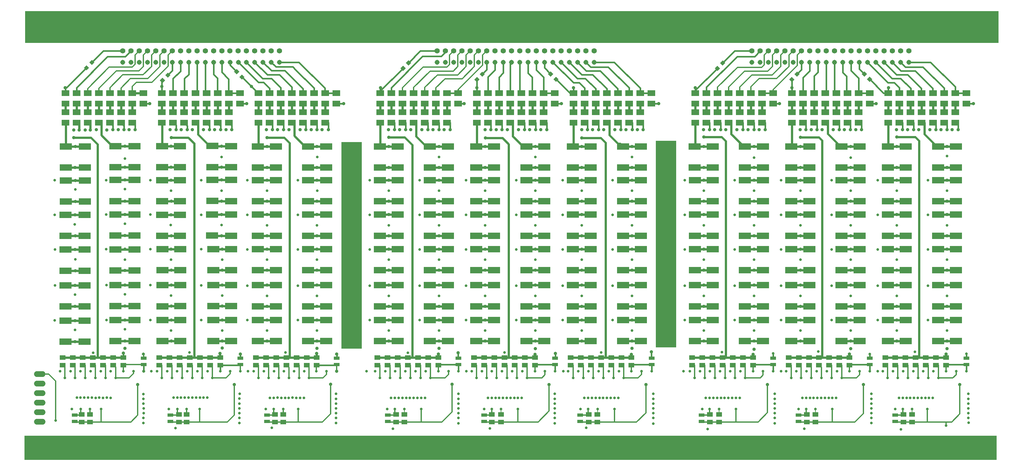
<source format=gbl>
G75*
G70*
%OFA0B0*%
%FSLAX24Y24*%
%IPPOS*%
%LPD*%
%AMOC8*
5,1,8,0,0,1.08239X$1,22.5*
%
%ADD10R,10.1954X0.2519*%
%ADD11R,10.2101X0.3344*%
%ADD12R,0.2150X2.1695*%
%ADD13R,0.0630X0.0512*%
%ADD14R,0.1260X0.0709*%
%ADD15R,0.0787X0.0630*%
%ADD16R,0.0394X0.0394*%
%ADD17R,0.0591X0.0350*%
%ADD18C,0.0554*%
%ADD19C,0.0515*%
%ADD20C,0.0600*%
%ADD21C,0.0278*%
%ADD22C,0.0120*%
%ADD23C,0.0240*%
%ADD24C,0.0357*%
%ADD25C,0.0160*%
%ADD26C,0.0079*%
%ADD27C,0.0317*%
%ADD28OC8,0.1581*%
D10*
X051077Y007889D03*
D11*
X051219Y052018D03*
D12*
X067370Y029260D03*
X034400Y029122D03*
D13*
X037123Y017344D03*
X037123Y017344D03*
X038186Y017344D03*
X038186Y017344D03*
X039249Y017344D03*
X039249Y017344D03*
X040312Y017344D03*
X040312Y017344D03*
X041375Y017344D03*
X041375Y017344D03*
X042438Y017344D03*
X042438Y017344D03*
X043501Y017344D03*
X043501Y017344D03*
X043501Y016557D03*
X043501Y016557D03*
X042438Y016557D03*
X042438Y016557D03*
X041375Y016557D03*
X041375Y016557D03*
X040312Y016557D03*
X040312Y016557D03*
X039249Y016557D03*
X039249Y016557D03*
X038186Y016557D03*
X038186Y016557D03*
X037123Y016557D03*
X037123Y016557D03*
X030729Y016557D03*
X030729Y016557D03*
X029705Y016557D03*
X029705Y016557D03*
X028643Y016557D03*
X028643Y016557D03*
X027580Y016557D03*
X027580Y016557D03*
X026517Y016557D03*
X026517Y016557D03*
X025454Y016557D03*
X025454Y016557D03*
X024391Y016557D03*
X024391Y016557D03*
X024391Y017344D03*
X024391Y017344D03*
X025454Y017344D03*
X025454Y017344D03*
X026517Y017344D03*
X026517Y017344D03*
X027580Y017344D03*
X027580Y017344D03*
X028643Y017344D03*
X028643Y017344D03*
X029705Y017344D03*
X029705Y017344D03*
X030729Y017344D03*
X030729Y017344D03*
X020631Y017347D03*
X020631Y017347D03*
X019568Y017347D03*
X019568Y017347D03*
X018505Y017347D03*
X018505Y017347D03*
X017442Y017347D03*
X017442Y017347D03*
X016379Y017347D03*
X016379Y017347D03*
X015316Y017347D03*
X015316Y017347D03*
X014253Y017347D03*
X014253Y017347D03*
X014253Y016560D03*
X014253Y016560D03*
X015316Y016560D03*
X015316Y016560D03*
X016379Y016560D03*
X016379Y016560D03*
X017442Y016560D03*
X017442Y016560D03*
X018505Y016560D03*
X018505Y016560D03*
X019568Y016560D03*
X019568Y016560D03*
X020631Y016560D03*
X020631Y016560D03*
X017116Y011376D03*
X017116Y011376D03*
X017116Y010589D03*
X017116Y010589D03*
X016321Y010589D03*
X016321Y010589D03*
X016321Y011376D03*
X016321Y011376D03*
X006972Y011376D03*
X006972Y011376D03*
X006972Y010589D03*
X006972Y010589D03*
X006125Y010593D03*
X006125Y010593D03*
X006125Y011380D03*
X006125Y011380D03*
X006226Y016553D03*
X006226Y016553D03*
X007289Y016553D03*
X007289Y016553D03*
X008352Y016553D03*
X008352Y016553D03*
X009415Y016553D03*
X009415Y016553D03*
X010478Y016553D03*
X010478Y016553D03*
X010478Y017341D03*
X010478Y017341D03*
X009415Y017341D03*
X009415Y017341D03*
X008352Y017341D03*
X008352Y017341D03*
X007289Y017341D03*
X007289Y017341D03*
X006226Y017341D03*
X006226Y017341D03*
X005163Y017341D03*
X005163Y017341D03*
X004100Y017341D03*
X004100Y017341D03*
X004100Y016553D03*
X004100Y016553D03*
X005163Y016553D03*
X005163Y016553D03*
X026395Y011376D03*
X026395Y011376D03*
X026395Y010589D03*
X026395Y010589D03*
X027239Y010589D03*
X027239Y010589D03*
X027239Y011376D03*
X027239Y011376D03*
X039063Y011376D03*
X039063Y011376D03*
X039063Y010589D03*
X039063Y010589D03*
X039937Y010589D03*
X039937Y010589D03*
X039937Y011376D03*
X039937Y011376D03*
X049112Y011379D03*
X049112Y011379D03*
X049112Y010592D03*
X049112Y010592D03*
X050087Y010589D03*
X050087Y010589D03*
X050087Y011376D03*
X050087Y011376D03*
X050442Y016557D03*
X050442Y016557D03*
X049379Y016557D03*
X049379Y016557D03*
X048316Y016557D03*
X048316Y016557D03*
X047253Y016557D03*
X047253Y016557D03*
X047253Y017344D03*
X047253Y017344D03*
X048316Y017344D03*
X048316Y017344D03*
X049379Y017344D03*
X049379Y017344D03*
X050442Y017344D03*
X050442Y017344D03*
X051505Y017344D03*
X051505Y017344D03*
X052568Y017344D03*
X052568Y017344D03*
X053631Y017344D03*
X053631Y017344D03*
X053631Y016557D03*
X053631Y016557D03*
X052568Y016557D03*
X052568Y016557D03*
X051505Y016557D03*
X051505Y016557D03*
X057382Y016557D03*
X057382Y016557D03*
X058445Y016557D03*
X058445Y016557D03*
X059508Y016557D03*
X059508Y016557D03*
X060571Y016557D03*
X060571Y016557D03*
X061634Y016557D03*
X061634Y016557D03*
X062697Y016557D03*
X062697Y016557D03*
X063760Y016557D03*
X063760Y016557D03*
X063760Y017344D03*
X063760Y017344D03*
X062697Y017344D03*
X062697Y017344D03*
X061634Y017344D03*
X061634Y017344D03*
X060571Y017344D03*
X060571Y017344D03*
X059508Y017344D03*
X059508Y017344D03*
X058445Y017344D03*
X058445Y017344D03*
X057382Y017344D03*
X057382Y017344D03*
X059272Y011376D03*
X059272Y011376D03*
X059272Y010589D03*
X059272Y010589D03*
X060195Y010589D03*
X060195Y010589D03*
X060195Y011376D03*
X060195Y011376D03*
X070120Y016557D03*
X070120Y016557D03*
X071183Y016557D03*
X071183Y016557D03*
X072246Y016557D03*
X072246Y016557D03*
X073309Y016557D03*
X073309Y016557D03*
X074372Y016557D03*
X074372Y016557D03*
X075435Y016557D03*
X075435Y016557D03*
X076498Y016557D03*
X076498Y016557D03*
X076498Y017344D03*
X076498Y017344D03*
X075435Y017344D03*
X075435Y017344D03*
X074372Y017344D03*
X074372Y017344D03*
X073309Y017344D03*
X073309Y017344D03*
X072246Y017344D03*
X072246Y017344D03*
X071183Y017344D03*
X071183Y017344D03*
X070120Y017344D03*
X070120Y017344D03*
X080237Y017344D03*
X080237Y017344D03*
X081300Y017344D03*
X081300Y017344D03*
X082363Y017344D03*
X082363Y017344D03*
X083426Y017344D03*
X083426Y017344D03*
X084489Y017344D03*
X084489Y017344D03*
X085552Y017344D03*
X085552Y017344D03*
X086615Y017344D03*
X086615Y017344D03*
X086615Y016557D03*
X086615Y016557D03*
X085552Y016557D03*
X085552Y016557D03*
X084489Y016557D03*
X084489Y016557D03*
X083426Y016557D03*
X083426Y016557D03*
X082363Y016557D03*
X082363Y016557D03*
X081300Y016557D03*
X081300Y016557D03*
X080237Y016557D03*
X080237Y016557D03*
X082131Y011376D03*
X082131Y011376D03*
X082131Y010589D03*
X082131Y010589D03*
X083055Y010589D03*
X083055Y010589D03*
X083055Y011376D03*
X083055Y011376D03*
X092267Y011376D03*
X092267Y011376D03*
X092267Y010589D03*
X092267Y010589D03*
X093188Y010589D03*
X093188Y010589D03*
X093188Y011376D03*
X093188Y011376D03*
X093552Y016557D03*
X093552Y016557D03*
X094615Y016557D03*
X094615Y016557D03*
X095678Y016557D03*
X095678Y016557D03*
X096741Y016557D03*
X096741Y016557D03*
X096741Y017344D03*
X096741Y017344D03*
X095678Y017344D03*
X095678Y017344D03*
X094615Y017344D03*
X094615Y017344D03*
X093552Y017344D03*
X093552Y017344D03*
X092489Y017344D03*
X092489Y017344D03*
X091426Y017344D03*
X091426Y017344D03*
X090363Y017344D03*
X090363Y017344D03*
X090363Y016557D03*
X090363Y016557D03*
X091426Y016557D03*
X091426Y016557D03*
X092489Y016557D03*
X092489Y016557D03*
X072937Y011376D03*
X072937Y011376D03*
X072937Y010589D03*
X072937Y010589D03*
X071990Y010589D03*
X071990Y010589D03*
X071990Y011376D03*
X071990Y011376D03*
D14*
X072285Y019074D03*
X072285Y019074D03*
X070399Y019074D03*
X070399Y019074D03*
X070399Y021279D03*
X070399Y021279D03*
X072285Y021279D03*
X072285Y021279D03*
X072285Y022734D03*
X072285Y022734D03*
X070399Y022734D03*
X070399Y022734D03*
X070399Y024938D03*
X070399Y024938D03*
X072285Y024938D03*
X072285Y024938D03*
X072285Y026518D03*
X072285Y026518D03*
X070399Y026518D03*
X070399Y026518D03*
X070399Y028723D03*
X070399Y028723D03*
X072285Y028723D03*
X072285Y028723D03*
X072285Y030133D03*
X072285Y030133D03*
X070399Y030133D03*
X070399Y030133D03*
X070399Y032338D03*
X070399Y032338D03*
X072285Y032338D03*
X072285Y032338D03*
X072285Y033763D03*
X072285Y033763D03*
X070399Y033763D03*
X070399Y033763D03*
X070399Y035968D03*
X070399Y035968D03*
X072285Y035968D03*
X072285Y035968D03*
X072270Y037289D03*
X072270Y037289D03*
X070384Y037289D03*
X070384Y037289D03*
X070384Y039494D03*
X070384Y039494D03*
X072270Y039494D03*
X072270Y039494D03*
X075655Y039494D03*
X075655Y039494D03*
X077541Y039494D03*
X077541Y039494D03*
X080522Y039494D03*
X080522Y039494D03*
X082408Y039494D03*
X082408Y039494D03*
X085793Y039494D03*
X085793Y039494D03*
X087679Y039494D03*
X087679Y039494D03*
X090632Y039494D03*
X090632Y039494D03*
X092518Y039494D03*
X092518Y039494D03*
X095903Y039494D03*
X095903Y039494D03*
X097789Y039494D03*
X097789Y039494D03*
X097789Y037289D03*
X097789Y037289D03*
X097789Y035968D03*
X097789Y035968D03*
X095903Y035968D03*
X095903Y035968D03*
X095903Y037289D03*
X095903Y037289D03*
X092518Y037289D03*
X092518Y037289D03*
X090632Y037289D03*
X090632Y037289D03*
X090632Y035968D03*
X090632Y035968D03*
X092518Y035968D03*
X092518Y035968D03*
X092518Y033763D03*
X092518Y033763D03*
X090632Y033763D03*
X090632Y033763D03*
X090632Y032338D03*
X090632Y032338D03*
X092518Y032338D03*
X092518Y032338D03*
X095903Y032338D03*
X095903Y032338D03*
X095903Y033763D03*
X095903Y033763D03*
X097789Y033763D03*
X097789Y033763D03*
X097789Y032338D03*
X097789Y032338D03*
X097789Y030133D03*
X097789Y030133D03*
X097789Y028723D03*
X097789Y028723D03*
X095903Y028723D03*
X095903Y028723D03*
X095903Y030133D03*
X095903Y030133D03*
X092518Y030133D03*
X092518Y030133D03*
X090632Y030133D03*
X090632Y030133D03*
X090632Y028723D03*
X090632Y028723D03*
X092518Y028723D03*
X092518Y028723D03*
X092518Y026518D03*
X092518Y026518D03*
X090632Y026518D03*
X090632Y026518D03*
X090632Y024938D03*
X090632Y024938D03*
X092518Y024938D03*
X092518Y024938D03*
X095903Y024938D03*
X095903Y024938D03*
X097789Y024938D03*
X097789Y024938D03*
X097789Y026518D03*
X097789Y026518D03*
X095903Y026518D03*
X095903Y026518D03*
X095903Y022734D03*
X095903Y022734D03*
X095903Y021279D03*
X095903Y021279D03*
X097789Y021279D03*
X097789Y021279D03*
X097789Y022734D03*
X097789Y022734D03*
X092518Y022734D03*
X092518Y022734D03*
X090632Y022734D03*
X090632Y022734D03*
X090632Y021279D03*
X090632Y021279D03*
X092518Y021279D03*
X092518Y021279D03*
X092518Y019074D03*
X092518Y019074D03*
X090632Y019074D03*
X090632Y019074D03*
X087679Y019074D03*
X087679Y019074D03*
X085793Y019074D03*
X085793Y019074D03*
X082408Y019074D03*
X082408Y019074D03*
X080522Y019074D03*
X080522Y019074D03*
X077541Y019074D03*
X077541Y019074D03*
X075655Y019074D03*
X075655Y019074D03*
X075655Y021279D03*
X075655Y021279D03*
X075655Y022734D03*
X075655Y022734D03*
X077541Y022734D03*
X077541Y022734D03*
X077541Y021279D03*
X077541Y021279D03*
X080522Y021279D03*
X080522Y021279D03*
X082408Y021279D03*
X082408Y021279D03*
X082408Y022734D03*
X082408Y022734D03*
X080522Y022734D03*
X080522Y022734D03*
X080522Y024938D03*
X080522Y024938D03*
X082408Y024938D03*
X082408Y024938D03*
X082408Y026518D03*
X082408Y026518D03*
X080522Y026518D03*
X080522Y026518D03*
X077541Y026518D03*
X077541Y026518D03*
X075655Y026518D03*
X075655Y026518D03*
X075655Y024938D03*
X075655Y024938D03*
X077541Y024938D03*
X077541Y024938D03*
X077541Y028723D03*
X077541Y028723D03*
X077541Y030133D03*
X077541Y030133D03*
X075655Y030133D03*
X075655Y030133D03*
X075655Y028723D03*
X075655Y028723D03*
X080522Y028723D03*
X080522Y028723D03*
X082408Y028723D03*
X082408Y028723D03*
X082408Y030133D03*
X082408Y030133D03*
X080522Y030133D03*
X080522Y030133D03*
X080522Y032338D03*
X080522Y032338D03*
X082408Y032338D03*
X082408Y032338D03*
X082408Y033763D03*
X082408Y033763D03*
X080522Y033763D03*
X080522Y033763D03*
X077541Y033763D03*
X077541Y033763D03*
X077541Y032338D03*
X077541Y032338D03*
X075655Y032338D03*
X075655Y032338D03*
X075655Y033763D03*
X075655Y033763D03*
X075655Y035968D03*
X075655Y035968D03*
X075655Y037289D03*
X075655Y037289D03*
X077541Y037289D03*
X077541Y037289D03*
X077541Y035968D03*
X077541Y035968D03*
X080522Y035968D03*
X080522Y035968D03*
X082408Y035968D03*
X082408Y035968D03*
X082408Y037289D03*
X082408Y037289D03*
X080522Y037289D03*
X080522Y037289D03*
X085793Y037289D03*
X085793Y037289D03*
X085793Y035968D03*
X085793Y035968D03*
X087679Y035968D03*
X087679Y035968D03*
X087679Y037289D03*
X087679Y037289D03*
X087679Y033763D03*
X087679Y033763D03*
X087679Y032338D03*
X087679Y032338D03*
X085793Y032338D03*
X085793Y032338D03*
X085793Y033763D03*
X085793Y033763D03*
X085793Y030133D03*
X085793Y030133D03*
X085793Y028723D03*
X085793Y028723D03*
X087679Y028723D03*
X087679Y028723D03*
X087679Y030133D03*
X087679Y030133D03*
X087679Y026518D03*
X087679Y026518D03*
X085793Y026518D03*
X085793Y026518D03*
X085793Y024938D03*
X085793Y024938D03*
X087679Y024938D03*
X087679Y024938D03*
X087679Y022734D03*
X087679Y022734D03*
X087679Y021279D03*
X087679Y021279D03*
X085793Y021279D03*
X085793Y021279D03*
X085793Y022734D03*
X085793Y022734D03*
X095903Y019074D03*
X095903Y019074D03*
X097789Y019074D03*
X097789Y019074D03*
X064749Y019074D03*
X064749Y019074D03*
X062863Y019074D03*
X062863Y019074D03*
X059492Y019074D03*
X059492Y019074D03*
X057606Y019074D03*
X057606Y019074D03*
X054618Y019074D03*
X054618Y019074D03*
X052732Y019074D03*
X052732Y019074D03*
X049362Y019074D03*
X049362Y019074D03*
X047476Y019074D03*
X047476Y019074D03*
X044509Y019074D03*
X044509Y019074D03*
X042624Y019074D03*
X042624Y019074D03*
X039248Y019074D03*
X039248Y019074D03*
X037367Y019074D03*
X037367Y019074D03*
X037367Y021279D03*
X037367Y021279D03*
X037367Y022734D03*
X037367Y022734D03*
X039248Y022734D03*
X039248Y022734D03*
X039248Y021279D03*
X039248Y021279D03*
X042624Y021279D03*
X042624Y021279D03*
X044509Y021279D03*
X044509Y021279D03*
X044509Y022734D03*
X044509Y022734D03*
X042624Y022734D03*
X042624Y022734D03*
X042624Y024938D03*
X042624Y024938D03*
X044509Y024938D03*
X044509Y024938D03*
X044509Y026518D03*
X044509Y026518D03*
X042624Y026518D03*
X042624Y026518D03*
X039248Y026518D03*
X039248Y026518D03*
X037367Y026518D03*
X037367Y026518D03*
X037367Y024938D03*
X037367Y024938D03*
X039248Y024938D03*
X039248Y024938D03*
X039248Y028723D03*
X039248Y028723D03*
X039248Y030133D03*
X039248Y030133D03*
X037367Y030133D03*
X037367Y030133D03*
X037367Y028723D03*
X037367Y028723D03*
X042624Y028723D03*
X042624Y028723D03*
X044509Y028723D03*
X044509Y028723D03*
X044509Y030133D03*
X044509Y030133D03*
X042624Y030133D03*
X042624Y030133D03*
X042624Y032338D03*
X042624Y032338D03*
X044509Y032338D03*
X044509Y032338D03*
X044509Y033763D03*
X044509Y033763D03*
X042624Y033763D03*
X042624Y033763D03*
X039248Y033763D03*
X039248Y033763D03*
X039248Y032338D03*
X039248Y032338D03*
X037367Y032338D03*
X037367Y032338D03*
X037367Y033763D03*
X037367Y033763D03*
X037367Y035968D03*
X037367Y035968D03*
X037367Y037289D03*
X037367Y037289D03*
X039253Y037289D03*
X039253Y037289D03*
X039248Y035968D03*
X039248Y035968D03*
X042624Y035968D03*
X042624Y035968D03*
X044509Y035968D03*
X044509Y035968D03*
X044509Y037289D03*
X044509Y037289D03*
X042624Y037289D03*
X042624Y037289D03*
X042624Y039494D03*
X042624Y039494D03*
X044509Y039494D03*
X044509Y039494D03*
X047476Y039494D03*
X047476Y039494D03*
X049362Y039494D03*
X049362Y039494D03*
X052732Y039494D03*
X052732Y039494D03*
X054618Y039494D03*
X054618Y039494D03*
X057606Y039494D03*
X057606Y039494D03*
X059492Y039494D03*
X059492Y039494D03*
X062863Y039494D03*
X062863Y039494D03*
X064749Y039494D03*
X064749Y039494D03*
X064749Y037289D03*
X064749Y037289D03*
X062863Y037289D03*
X062863Y037289D03*
X062863Y035968D03*
X062863Y035968D03*
X064749Y035968D03*
X064749Y035968D03*
X064749Y033763D03*
X064749Y033763D03*
X062863Y033763D03*
X062863Y033763D03*
X062863Y032338D03*
X062863Y032338D03*
X064749Y032338D03*
X064749Y032338D03*
X064749Y030133D03*
X064749Y030133D03*
X062863Y030133D03*
X062863Y030133D03*
X062863Y028723D03*
X062863Y028723D03*
X064749Y028723D03*
X064749Y028723D03*
X064749Y026518D03*
X064749Y026518D03*
X062863Y026518D03*
X062863Y026518D03*
X062863Y024938D03*
X062863Y024938D03*
X064749Y024938D03*
X064749Y024938D03*
X064749Y022734D03*
X064749Y022734D03*
X062863Y022734D03*
X062863Y022734D03*
X062863Y021279D03*
X062863Y021279D03*
X064749Y021279D03*
X064749Y021279D03*
X059492Y021279D03*
X059492Y021279D03*
X059492Y022734D03*
X059492Y022734D03*
X057606Y022734D03*
X057606Y022734D03*
X057606Y021279D03*
X057606Y021279D03*
X054618Y021279D03*
X054618Y021279D03*
X052732Y021279D03*
X052732Y021279D03*
X052732Y022734D03*
X052732Y022734D03*
X054618Y022734D03*
X054618Y022734D03*
X054618Y024938D03*
X054618Y024938D03*
X052732Y024938D03*
X052732Y024938D03*
X052732Y026518D03*
X052732Y026518D03*
X054618Y026518D03*
X054618Y026518D03*
X057606Y026518D03*
X057606Y026518D03*
X059492Y026518D03*
X059492Y026518D03*
X059492Y024938D03*
X059492Y024938D03*
X057606Y024938D03*
X057606Y024938D03*
X057606Y028723D03*
X057606Y028723D03*
X057606Y030133D03*
X057606Y030133D03*
X059492Y030133D03*
X059492Y030133D03*
X059492Y028723D03*
X059492Y028723D03*
X054618Y028723D03*
X054618Y028723D03*
X052732Y028723D03*
X052732Y028723D03*
X052732Y030133D03*
X052732Y030133D03*
X054618Y030133D03*
X054618Y030133D03*
X054618Y032338D03*
X054618Y032338D03*
X052732Y032338D03*
X052732Y032338D03*
X052732Y033763D03*
X052732Y033763D03*
X054618Y033763D03*
X054618Y033763D03*
X057606Y033763D03*
X057606Y033763D03*
X057606Y032338D03*
X057606Y032338D03*
X059492Y032338D03*
X059492Y032338D03*
X059492Y033763D03*
X059492Y033763D03*
X059492Y035968D03*
X059492Y035968D03*
X059492Y037289D03*
X059492Y037289D03*
X057606Y037289D03*
X057606Y037289D03*
X057606Y035968D03*
X057606Y035968D03*
X054618Y035968D03*
X054618Y035968D03*
X052732Y035968D03*
X052732Y035968D03*
X052732Y037289D03*
X052732Y037289D03*
X054618Y037289D03*
X054618Y037289D03*
X049362Y037289D03*
X049362Y037289D03*
X049362Y035968D03*
X049362Y035968D03*
X047476Y035968D03*
X047476Y035968D03*
X047476Y037289D03*
X047476Y037289D03*
X047476Y033763D03*
X047476Y033763D03*
X047476Y032338D03*
X047476Y032338D03*
X049362Y032338D03*
X049362Y032338D03*
X049362Y033763D03*
X049362Y033763D03*
X049362Y030133D03*
X049362Y030133D03*
X049362Y028723D03*
X049362Y028723D03*
X047476Y028723D03*
X047476Y028723D03*
X047476Y030133D03*
X047476Y030133D03*
X047476Y026518D03*
X047476Y026518D03*
X049362Y026518D03*
X049362Y026518D03*
X049362Y024938D03*
X049362Y024938D03*
X047476Y024938D03*
X047476Y024938D03*
X047476Y022734D03*
X047476Y022734D03*
X047476Y021279D03*
X047476Y021279D03*
X049362Y021279D03*
X049362Y021279D03*
X049362Y022734D03*
X049362Y022734D03*
X031734Y022734D03*
X031734Y022734D03*
X031734Y021279D03*
X031734Y021279D03*
X029853Y021279D03*
X029853Y021279D03*
X029853Y022734D03*
X029853Y022734D03*
X026473Y022734D03*
X026473Y022734D03*
X024592Y022734D03*
X024592Y022734D03*
X024592Y021279D03*
X024592Y021279D03*
X026473Y021279D03*
X026473Y021279D03*
X026473Y019074D03*
X026473Y019074D03*
X024592Y019074D03*
X024592Y019074D03*
X021780Y019077D03*
X021780Y019077D03*
X019913Y019074D03*
X019913Y019074D03*
X016455Y019072D03*
X016455Y019072D03*
X014573Y019073D03*
X014573Y019073D03*
X011639Y019071D03*
X011639Y019071D03*
X009639Y019071D03*
X009639Y019071D03*
X006420Y019027D03*
X006420Y019027D03*
X004420Y019027D03*
X004420Y019027D03*
X004420Y021232D03*
X004420Y021232D03*
X006420Y021232D03*
X006420Y021232D03*
X006425Y022705D03*
X006425Y022705D03*
X004425Y022705D03*
X004425Y022705D03*
X004425Y024910D03*
X004425Y024910D03*
X006425Y024910D03*
X006425Y024910D03*
X006428Y026469D03*
X006428Y026469D03*
X004428Y026469D03*
X004428Y026469D03*
X004428Y028674D03*
X004428Y028674D03*
X006428Y028674D03*
X006428Y028674D03*
X006428Y030104D03*
X006428Y030104D03*
X004428Y030104D03*
X004428Y030104D03*
X004428Y032309D03*
X004428Y032309D03*
X004432Y033726D03*
X004432Y033726D03*
X006432Y033726D03*
X006432Y033726D03*
X006428Y032309D03*
X006428Y032309D03*
X009642Y032349D03*
X009642Y032349D03*
X009647Y033765D03*
X009647Y033765D03*
X011647Y033765D03*
X011647Y033765D03*
X011642Y032349D03*
X011642Y032349D03*
X014559Y032333D03*
X014559Y032333D03*
X016426Y032332D03*
X016426Y032332D03*
X016426Y033755D03*
X016426Y033755D03*
X014561Y033753D03*
X014561Y033753D03*
X014561Y035958D03*
X014561Y035958D03*
X016426Y035960D03*
X016426Y035960D03*
X016423Y037330D03*
X016423Y037330D03*
X014541Y037329D03*
X014541Y037329D03*
X014541Y039534D03*
X014541Y039534D03*
X016423Y039535D03*
X016423Y039535D03*
X019803Y039537D03*
X019803Y039537D03*
X021795Y039531D03*
X021795Y039531D03*
X021795Y037326D03*
X021795Y037326D03*
X019803Y037333D03*
X019803Y037333D03*
X019801Y035981D03*
X019801Y035981D03*
X021788Y035971D03*
X021788Y035971D03*
X024592Y035968D03*
X024592Y035968D03*
X026473Y035968D03*
X026473Y035968D03*
X026473Y037289D03*
X026473Y037289D03*
X024592Y037289D03*
X024592Y037289D03*
X024592Y039494D03*
X024592Y039494D03*
X026473Y039494D03*
X026473Y039494D03*
X029848Y039494D03*
X029848Y039494D03*
X031734Y039494D03*
X031734Y039494D03*
X031734Y037289D03*
X031734Y037289D03*
X031734Y035968D03*
X031734Y035968D03*
X029853Y035968D03*
X029853Y035968D03*
X029848Y037289D03*
X029848Y037289D03*
X029853Y033763D03*
X029853Y033763D03*
X029853Y032338D03*
X029853Y032338D03*
X031734Y032338D03*
X031734Y032338D03*
X031734Y033763D03*
X031734Y033763D03*
X026473Y033763D03*
X026473Y033763D03*
X024592Y033763D03*
X024592Y033763D03*
X024592Y032338D03*
X024592Y032338D03*
X026473Y032338D03*
X026473Y032338D03*
X026473Y030133D03*
X026473Y030133D03*
X024592Y030133D03*
X024592Y030133D03*
X024592Y028723D03*
X024592Y028723D03*
X026473Y028723D03*
X026473Y028723D03*
X029853Y028723D03*
X029853Y028723D03*
X029853Y030133D03*
X029853Y030133D03*
X031734Y030133D03*
X031734Y030133D03*
X031734Y028723D03*
X031734Y028723D03*
X031734Y026518D03*
X031734Y026518D03*
X029853Y026518D03*
X029853Y026518D03*
X029853Y024938D03*
X029853Y024938D03*
X031734Y024938D03*
X031734Y024938D03*
X026473Y024938D03*
X026473Y024938D03*
X024592Y024938D03*
X024592Y024938D03*
X024592Y026518D03*
X024592Y026518D03*
X026473Y026518D03*
X026473Y026518D03*
X021788Y026521D03*
X021788Y026521D03*
X019916Y026525D03*
X019916Y026525D03*
X019906Y024948D03*
X019906Y024948D03*
X021785Y024941D03*
X021785Y024941D03*
X021785Y022737D03*
X021785Y022737D03*
X021780Y021282D03*
X021780Y021282D03*
X019913Y021278D03*
X019913Y021278D03*
X019906Y022743D03*
X019906Y022743D03*
X016448Y022746D03*
X016448Y022746D03*
X014569Y022734D03*
X014569Y022734D03*
X014573Y021278D03*
X014573Y021278D03*
X016455Y021277D03*
X016455Y021277D03*
X011639Y021276D03*
X011639Y021276D03*
X011648Y022743D03*
X011648Y022743D03*
X009648Y022743D03*
X009648Y022743D03*
X009639Y021276D03*
X009639Y021276D03*
X009648Y024948D03*
X009648Y024948D03*
X011648Y024948D03*
X011648Y024948D03*
X011645Y026497D03*
X011645Y026497D03*
X009645Y026497D03*
X009645Y026497D03*
X009645Y028702D03*
X009645Y028702D03*
X009642Y030144D03*
X009642Y030144D03*
X011642Y030144D03*
X011642Y030144D03*
X011645Y028702D03*
X011645Y028702D03*
X014575Y028710D03*
X014575Y028710D03*
X016449Y028713D03*
X016449Y028713D03*
X016426Y030127D03*
X016426Y030127D03*
X014559Y030128D03*
X014559Y030128D03*
X019792Y030146D03*
X019792Y030146D03*
X019916Y028730D03*
X019916Y028730D03*
X021788Y028725D03*
X021788Y028725D03*
X021789Y030136D03*
X021789Y030136D03*
X021789Y032340D03*
X021789Y032340D03*
X021788Y033766D03*
X021788Y033766D03*
X019801Y033776D03*
X019801Y033776D03*
X019792Y032351D03*
X019792Y032351D03*
X011647Y035970D03*
X011647Y035970D03*
X009647Y035970D03*
X009647Y035970D03*
X009644Y037319D03*
X009644Y037319D03*
X011644Y037319D03*
X011644Y037319D03*
X011644Y039523D03*
X011644Y039523D03*
X009644Y039523D03*
X009644Y039523D03*
X006429Y039484D03*
X006429Y039484D03*
X004429Y039484D03*
X004429Y039484D03*
X004429Y037279D03*
X004429Y037279D03*
X004432Y035930D03*
X004432Y035930D03*
X006432Y035930D03*
X006432Y035930D03*
X006429Y037279D03*
X006429Y037279D03*
X014575Y026506D03*
X014575Y026506D03*
X016449Y026508D03*
X016449Y026508D03*
X016448Y024950D03*
X016448Y024950D03*
X014569Y024938D03*
X014569Y024938D03*
X029853Y019074D03*
X029853Y019074D03*
X031734Y019074D03*
X031734Y019074D03*
X037367Y039494D03*
X037367Y039494D03*
X039253Y039494D03*
X039253Y039494D03*
D15*
X039756Y041978D03*
X039756Y041978D03*
X040922Y041978D03*
X040922Y041978D03*
X042090Y041978D03*
X042090Y041978D03*
X043257Y041978D03*
X043257Y041978D03*
X044424Y041978D03*
X044424Y041978D03*
X044424Y043080D03*
X044424Y043080D03*
X044424Y043988D03*
X044424Y043988D03*
X043257Y043988D03*
X043257Y043988D03*
X043257Y043080D03*
X043257Y043080D03*
X042090Y043080D03*
X042090Y043080D03*
X042090Y043988D03*
X042090Y043988D03*
X040922Y043988D03*
X040922Y043988D03*
X040922Y043080D03*
X040922Y043080D03*
X039756Y043080D03*
X039756Y043080D03*
X039756Y043988D03*
X039756Y043988D03*
X038588Y043988D03*
X038588Y043988D03*
X038588Y043080D03*
X038588Y043080D03*
X037420Y043080D03*
X037420Y043080D03*
X037420Y043988D03*
X037420Y043988D03*
X037420Y045090D03*
X037420Y045090D03*
X038588Y045090D03*
X038588Y045090D03*
X039756Y045090D03*
X039756Y045090D03*
X040922Y045090D03*
X040922Y045090D03*
X042090Y045090D03*
X042090Y045090D03*
X043257Y045090D03*
X043257Y045090D03*
X044424Y045090D03*
X044424Y045090D03*
X045592Y045090D03*
X045592Y045090D03*
X045592Y043988D03*
X045592Y043988D03*
X047544Y043988D03*
X047544Y043988D03*
X047544Y043080D03*
X047544Y043080D03*
X048712Y043080D03*
X048712Y043080D03*
X048712Y043988D03*
X048712Y043988D03*
X049879Y043988D03*
X049879Y043988D03*
X049879Y043080D03*
X049879Y043080D03*
X051047Y043080D03*
X051047Y043080D03*
X051047Y043988D03*
X051047Y043988D03*
X052215Y043988D03*
X052215Y043988D03*
X052215Y043080D03*
X052215Y043080D03*
X053382Y043080D03*
X053382Y043080D03*
X053382Y043988D03*
X053382Y043988D03*
X054549Y043988D03*
X054549Y043988D03*
X054549Y043080D03*
X054549Y043080D03*
X055716Y043988D03*
X055716Y043988D03*
X055716Y045090D03*
X055716Y045090D03*
X054549Y045090D03*
X054549Y045090D03*
X053382Y045090D03*
X053382Y045090D03*
X052215Y045090D03*
X052215Y045090D03*
X051047Y045090D03*
X051047Y045090D03*
X049879Y045090D03*
X049879Y045090D03*
X048712Y045090D03*
X048712Y045090D03*
X047544Y045090D03*
X047544Y045090D03*
X047544Y041978D03*
X047544Y041978D03*
X048712Y041978D03*
X048712Y041978D03*
X049879Y041978D03*
X049879Y041978D03*
X051047Y041978D03*
X051047Y041978D03*
X052215Y041978D03*
X052215Y041978D03*
X053382Y041978D03*
X053382Y041978D03*
X054549Y041978D03*
X054549Y041978D03*
X057668Y041978D03*
X057668Y041978D03*
X058835Y041978D03*
X058835Y041978D03*
X060002Y041978D03*
X060002Y041978D03*
X061170Y041978D03*
X061170Y041978D03*
X062338Y041978D03*
X062338Y041978D03*
X063506Y041978D03*
X063506Y041978D03*
X064675Y041978D03*
X064675Y041978D03*
X064675Y043080D03*
X064675Y043080D03*
X064675Y043988D03*
X064675Y043988D03*
X065842Y043988D03*
X065842Y043988D03*
X065842Y045090D03*
X065842Y045090D03*
X064675Y045090D03*
X064675Y045090D03*
X063506Y045090D03*
X063506Y045090D03*
X062338Y045090D03*
X062338Y045090D03*
X061170Y045090D03*
X061170Y045090D03*
X060002Y045090D03*
X060002Y045090D03*
X058835Y045090D03*
X058835Y045090D03*
X057668Y045090D03*
X057668Y045090D03*
X057668Y043988D03*
X057668Y043988D03*
X057668Y043080D03*
X057668Y043080D03*
X058835Y043080D03*
X058835Y043080D03*
X058835Y043988D03*
X058835Y043988D03*
X060002Y043988D03*
X060002Y043988D03*
X060002Y043080D03*
X060002Y043080D03*
X061170Y043080D03*
X061170Y043080D03*
X061170Y043988D03*
X061170Y043988D03*
X062338Y043988D03*
X062338Y043988D03*
X062338Y043080D03*
X062338Y043080D03*
X063506Y043080D03*
X063506Y043080D03*
X063506Y043988D03*
X063506Y043988D03*
X070450Y043988D03*
X070450Y043988D03*
X070450Y043080D03*
X070450Y043080D03*
X071617Y043080D03*
X071617Y043080D03*
X071617Y043988D03*
X071617Y043988D03*
X072783Y043988D03*
X072783Y043988D03*
X072783Y043080D03*
X072783Y043080D03*
X073951Y043080D03*
X073951Y043080D03*
X073951Y043988D03*
X073951Y043988D03*
X075119Y043988D03*
X075119Y043988D03*
X075119Y043080D03*
X075119Y043080D03*
X076288Y043080D03*
X076288Y043080D03*
X076288Y043988D03*
X076288Y043988D03*
X077457Y043988D03*
X077457Y043988D03*
X077457Y043080D03*
X077457Y043080D03*
X078625Y043988D03*
X078625Y043988D03*
X078625Y045090D03*
X078625Y045090D03*
X077457Y045090D03*
X077457Y045090D03*
X076288Y045090D03*
X076288Y045090D03*
X075119Y045090D03*
X075119Y045090D03*
X073951Y045090D03*
X073951Y045090D03*
X072783Y045090D03*
X072783Y045090D03*
X071617Y045090D03*
X071617Y045090D03*
X070450Y045090D03*
X070450Y045090D03*
X070450Y041978D03*
X070450Y041978D03*
X071617Y041978D03*
X071617Y041978D03*
X072783Y041978D03*
X072783Y041978D03*
X073951Y041978D03*
X073951Y041978D03*
X075119Y041978D03*
X075119Y041978D03*
X076288Y041978D03*
X076288Y041978D03*
X077457Y041978D03*
X077457Y041978D03*
X080575Y041978D03*
X080575Y041978D03*
X081741Y041978D03*
X081741Y041978D03*
X082908Y041978D03*
X082908Y041978D03*
X084075Y041978D03*
X084075Y041978D03*
X085241Y041978D03*
X085241Y041978D03*
X086407Y041978D03*
X086407Y041978D03*
X087575Y041978D03*
X087575Y041978D03*
X087575Y043080D03*
X087575Y043080D03*
X087575Y043988D03*
X087575Y043988D03*
X088743Y043988D03*
X088743Y043988D03*
X088743Y045090D03*
X088743Y045090D03*
X087575Y045090D03*
X087575Y045090D03*
X086407Y045090D03*
X086407Y045090D03*
X085241Y045090D03*
X085241Y045090D03*
X084075Y045090D03*
X084075Y045090D03*
X082908Y045090D03*
X082908Y045090D03*
X081741Y045090D03*
X081741Y045090D03*
X080575Y045090D03*
X080575Y045090D03*
X080575Y043988D03*
X080575Y043988D03*
X080575Y043080D03*
X080575Y043080D03*
X081741Y043080D03*
X081741Y043080D03*
X081741Y043988D03*
X081741Y043988D03*
X082908Y043988D03*
X082908Y043988D03*
X082908Y043080D03*
X082908Y043080D03*
X084075Y043080D03*
X084075Y043080D03*
X084075Y043988D03*
X084075Y043988D03*
X085241Y043988D03*
X085241Y043988D03*
X085241Y043080D03*
X085241Y043080D03*
X086407Y043080D03*
X086407Y043080D03*
X086407Y043988D03*
X086407Y043988D03*
X090693Y043988D03*
X090693Y043988D03*
X090693Y043080D03*
X090693Y043080D03*
X091861Y043080D03*
X091861Y043080D03*
X091861Y043988D03*
X091861Y043988D03*
X093028Y043988D03*
X093028Y043988D03*
X093028Y043080D03*
X093028Y043080D03*
X094195Y043080D03*
X094195Y043080D03*
X094195Y043988D03*
X094195Y043988D03*
X095363Y043988D03*
X095363Y043988D03*
X095363Y043080D03*
X095363Y043080D03*
X096531Y043080D03*
X096531Y043080D03*
X096531Y043988D03*
X096531Y043988D03*
X097699Y043988D03*
X097699Y043988D03*
X097699Y043080D03*
X097699Y043080D03*
X098867Y043988D03*
X098867Y043988D03*
X098867Y045090D03*
X098867Y045090D03*
X097699Y045090D03*
X097699Y045090D03*
X096531Y045090D03*
X096531Y045090D03*
X095363Y045090D03*
X095363Y045090D03*
X094195Y045090D03*
X094195Y045090D03*
X093028Y045090D03*
X093028Y045090D03*
X091861Y045090D03*
X091861Y045090D03*
X090693Y045090D03*
X090693Y045090D03*
X090693Y041978D03*
X090693Y041978D03*
X091861Y041978D03*
X091861Y041978D03*
X093028Y041978D03*
X093028Y041978D03*
X094195Y041978D03*
X094195Y041978D03*
X095363Y041978D03*
X095363Y041978D03*
X096531Y041978D03*
X096531Y041978D03*
X097699Y041978D03*
X097699Y041978D03*
X038588Y041978D03*
X038588Y041978D03*
X037420Y041978D03*
X037420Y041978D03*
X032812Y043988D03*
X032812Y043988D03*
X031645Y043988D03*
X031645Y043988D03*
X031645Y043080D03*
X031645Y043080D03*
X030477Y043080D03*
X030477Y043080D03*
X030477Y043988D03*
X030477Y043988D03*
X029310Y043988D03*
X029310Y043988D03*
X029310Y043080D03*
X029310Y043080D03*
X028142Y043080D03*
X028142Y043080D03*
X028142Y043988D03*
X028142Y043988D03*
X026973Y043988D03*
X026973Y043988D03*
X026973Y043080D03*
X026973Y043080D03*
X025805Y043080D03*
X025805Y043080D03*
X025805Y043988D03*
X025805Y043988D03*
X024637Y043988D03*
X024637Y043988D03*
X024637Y043080D03*
X024637Y043080D03*
X024637Y041978D03*
X024637Y041978D03*
X025805Y041978D03*
X025805Y041978D03*
X026973Y041978D03*
X026973Y041978D03*
X028142Y041978D03*
X028142Y041978D03*
X029310Y041978D03*
X029310Y041978D03*
X030477Y041978D03*
X030477Y041978D03*
X031645Y041978D03*
X031645Y041978D03*
X031645Y045090D03*
X031645Y045090D03*
X032812Y045090D03*
X032812Y045090D03*
X030477Y045090D03*
X030477Y045090D03*
X029310Y045090D03*
X029310Y045090D03*
X028142Y045090D03*
X028142Y045090D03*
X026973Y045090D03*
X026973Y045090D03*
X025805Y045090D03*
X025805Y045090D03*
X024637Y045090D03*
X024637Y045090D03*
X022702Y045093D03*
X022702Y045093D03*
X021532Y045093D03*
X021532Y045093D03*
X020365Y045093D03*
X020365Y045093D03*
X019197Y045093D03*
X019197Y045093D03*
X018030Y045093D03*
X018030Y045093D03*
X016861Y045093D03*
X016861Y045093D03*
X015692Y045093D03*
X015692Y045093D03*
X014524Y045093D03*
X014524Y045093D03*
X014524Y043991D03*
X014524Y043991D03*
X014524Y043083D03*
X014524Y043083D03*
X015692Y043083D03*
X015692Y043083D03*
X015692Y043991D03*
X015692Y043991D03*
X016861Y043991D03*
X016861Y043991D03*
X016861Y043083D03*
X016861Y043083D03*
X018030Y043083D03*
X018030Y043083D03*
X018030Y043991D03*
X018030Y043991D03*
X019197Y043991D03*
X019197Y043991D03*
X019197Y043083D03*
X019197Y043083D03*
X020365Y043083D03*
X020365Y043083D03*
X020365Y043991D03*
X020365Y043991D03*
X021532Y043991D03*
X021532Y043991D03*
X021532Y043083D03*
X021532Y043083D03*
X022702Y043991D03*
X022702Y043991D03*
X021532Y041981D03*
X021532Y041981D03*
X020365Y041981D03*
X020365Y041981D03*
X019197Y041981D03*
X019197Y041981D03*
X018030Y041981D03*
X018030Y041981D03*
X016861Y041981D03*
X016861Y041981D03*
X015692Y041981D03*
X015692Y041981D03*
X014524Y041981D03*
X014524Y041981D03*
X012572Y043984D03*
X012572Y043984D03*
X011403Y043987D03*
X011403Y043987D03*
X011406Y043082D03*
X011406Y043082D03*
X010239Y043085D03*
X010239Y043085D03*
X010237Y043989D03*
X010237Y043989D03*
X009069Y043988D03*
X009069Y043988D03*
X009071Y043083D03*
X009071Y043083D03*
X007901Y043085D03*
X007901Y043085D03*
X007900Y043989D03*
X007900Y043989D03*
X006730Y043989D03*
X006730Y043989D03*
X006733Y043083D03*
X006733Y043083D03*
X006733Y041981D03*
X006733Y041981D03*
X007901Y041983D03*
X007901Y041983D03*
X009071Y041981D03*
X009071Y041981D03*
X010239Y041983D03*
X010239Y041983D03*
X011406Y041980D03*
X011406Y041980D03*
X011403Y045089D03*
X011403Y045089D03*
X010237Y045091D03*
X010237Y045091D03*
X009069Y045090D03*
X009069Y045090D03*
X007900Y045091D03*
X007900Y045091D03*
X006730Y045092D03*
X006730Y045092D03*
X005564Y045088D03*
X005564Y045088D03*
X004396Y045086D03*
X004396Y045086D03*
X004396Y043984D03*
X004396Y043984D03*
X004396Y043086D03*
X004396Y043086D03*
X005565Y043086D03*
X005565Y043086D03*
X005564Y043986D03*
X005564Y043986D03*
X005565Y041983D03*
X005565Y041983D03*
X004396Y041984D03*
X004396Y041984D03*
X012572Y045086D03*
X012572Y045086D03*
D16*
G36*
X014866Y046428D02*
X014588Y046150D01*
X014310Y046428D01*
X014588Y046706D01*
X014866Y046428D01*
G37*
G36*
X014866Y046428D02*
X014588Y046150D01*
X014310Y046428D01*
X014588Y046706D01*
X014866Y046428D01*
G37*
G36*
X015422Y046985D02*
X015144Y046707D01*
X014866Y046985D01*
X015144Y047263D01*
X015422Y046985D01*
G37*
G36*
X015422Y046985D02*
X015144Y046707D01*
X014866Y046985D01*
X015144Y047263D01*
X015422Y046985D01*
G37*
G36*
X022354Y047623D02*
X022632Y047345D01*
X022354Y047067D01*
X022076Y047345D01*
X022354Y047623D01*
G37*
G36*
X022354Y047623D02*
X022632Y047345D01*
X022354Y047067D01*
X022076Y047345D01*
X022354Y047623D01*
G37*
G36*
X022911Y047066D02*
X023189Y046788D01*
X022911Y046510D01*
X022633Y046788D01*
X022911Y047066D01*
G37*
G36*
X022911Y047066D02*
X023189Y046788D01*
X022911Y046510D01*
X022633Y046788D01*
X022911Y047066D01*
G37*
G36*
X007452Y048310D02*
X007174Y048032D01*
X006896Y048310D01*
X007174Y048588D01*
X007452Y048310D01*
G37*
G36*
X007452Y048310D02*
X007174Y048032D01*
X006896Y048310D01*
X007174Y048588D01*
X007452Y048310D01*
G37*
G36*
X006895Y047753D02*
X006617Y047475D01*
X006339Y047753D01*
X006617Y048031D01*
X006895Y047753D01*
G37*
G36*
X006895Y047753D02*
X006617Y047475D01*
X006339Y047753D01*
X006617Y048031D01*
X006895Y047753D01*
G37*
G36*
X040085Y047702D02*
X039807Y047424D01*
X039529Y047702D01*
X039807Y047980D01*
X040085Y047702D01*
G37*
G36*
X040085Y047702D02*
X039807Y047424D01*
X039529Y047702D01*
X039807Y047980D01*
X040085Y047702D01*
G37*
G36*
X040642Y048259D02*
X040364Y047981D01*
X040086Y048259D01*
X040364Y048537D01*
X040642Y048259D01*
G37*
G36*
X040642Y048259D02*
X040364Y047981D01*
X040086Y048259D01*
X040364Y048537D01*
X040642Y048259D01*
G37*
G36*
X047831Y046524D02*
X047553Y046246D01*
X047275Y046524D01*
X047553Y046802D01*
X047831Y046524D01*
G37*
G36*
X047831Y046524D02*
X047553Y046246D01*
X047275Y046524D01*
X047553Y046802D01*
X047831Y046524D01*
G37*
G36*
X048388Y047081D02*
X048110Y046803D01*
X047832Y047081D01*
X048110Y047359D01*
X048388Y047081D01*
G37*
G36*
X048388Y047081D02*
X048110Y046803D01*
X047832Y047081D01*
X048110Y047359D01*
X048388Y047081D01*
G37*
G36*
X055291Y047379D02*
X055569Y047101D01*
X055291Y046823D01*
X055013Y047101D01*
X055291Y047379D01*
G37*
G36*
X055291Y047379D02*
X055569Y047101D01*
X055291Y046823D01*
X055013Y047101D01*
X055291Y047379D01*
G37*
G36*
X055848Y046822D02*
X056126Y046544D01*
X055848Y046266D01*
X055570Y046544D01*
X055848Y046822D01*
G37*
G36*
X055848Y046822D02*
X056126Y046544D01*
X055848Y046266D01*
X055570Y046544D01*
X055848Y046822D01*
G37*
G36*
X073044Y047691D02*
X072766Y047413D01*
X072488Y047691D01*
X072766Y047969D01*
X073044Y047691D01*
G37*
G36*
X073044Y047691D02*
X072766Y047413D01*
X072488Y047691D01*
X072766Y047969D01*
X073044Y047691D01*
G37*
G36*
X073601Y048248D02*
X073323Y047970D01*
X073045Y048248D01*
X073323Y048526D01*
X073601Y048248D01*
G37*
G36*
X073601Y048248D02*
X073323Y047970D01*
X073045Y048248D01*
X073323Y048526D01*
X073601Y048248D01*
G37*
G36*
X080846Y046524D02*
X080568Y046246D01*
X080290Y046524D01*
X080568Y046802D01*
X080846Y046524D01*
G37*
G36*
X080846Y046524D02*
X080568Y046246D01*
X080290Y046524D01*
X080568Y046802D01*
X080846Y046524D01*
G37*
G36*
X081403Y047081D02*
X081125Y046803D01*
X080847Y047081D01*
X081125Y047359D01*
X081403Y047081D01*
G37*
G36*
X081403Y047081D02*
X081125Y046803D01*
X080847Y047081D01*
X081125Y047359D01*
X081403Y047081D01*
G37*
G36*
X088173Y047379D02*
X088451Y047101D01*
X088173Y046823D01*
X087895Y047101D01*
X088173Y047379D01*
G37*
G36*
X088173Y047379D02*
X088451Y047101D01*
X088173Y046823D01*
X087895Y047101D01*
X088173Y047379D01*
G37*
G36*
X088730Y046822D02*
X089008Y046544D01*
X088730Y046266D01*
X088452Y046544D01*
X088730Y046822D01*
G37*
G36*
X088730Y046822D02*
X089008Y046544D01*
X088730Y046266D01*
X088452Y046544D01*
X088730Y046822D01*
G37*
D17*
X088741Y017285D03*
X088741Y017285D03*
X088741Y016616D03*
X088741Y016616D03*
X091402Y011317D03*
X091402Y011317D03*
X091402Y010648D03*
X091402Y010648D03*
X081267Y010648D03*
X081267Y010648D03*
X081267Y011317D03*
X081267Y011317D03*
X078624Y016616D03*
X078624Y016616D03*
X078624Y017285D03*
X078624Y017285D03*
X071109Y011317D03*
X071109Y011317D03*
X071109Y010648D03*
X071109Y010648D03*
X065886Y016616D03*
X065886Y016616D03*
X065886Y017285D03*
X065886Y017285D03*
X055757Y017285D03*
X055757Y017285D03*
X055757Y016616D03*
X055757Y016616D03*
X058386Y011317D03*
X058386Y011317D03*
X058386Y010648D03*
X058386Y010648D03*
X048299Y010656D03*
X048299Y010656D03*
X048299Y011325D03*
X048299Y011325D03*
X045627Y016616D03*
X045627Y016616D03*
X045627Y017285D03*
X045627Y017285D03*
X038220Y011317D03*
X038220Y011317D03*
X038220Y010648D03*
X038220Y010648D03*
X032855Y016616D03*
X032855Y016616D03*
X032855Y017285D03*
X032855Y017285D03*
X022757Y017288D03*
X022757Y017288D03*
X022757Y016619D03*
X022757Y016619D03*
X025531Y011317D03*
X025531Y011317D03*
X025531Y010648D03*
X025531Y010648D03*
X015427Y010648D03*
X015427Y010648D03*
X015427Y011317D03*
X015427Y011317D03*
X012604Y016612D03*
X012604Y016612D03*
X012604Y017282D03*
X012604Y017282D03*
X005393Y011321D03*
X005393Y011321D03*
X005393Y010652D03*
X005393Y010652D03*
X098867Y016616D03*
X098867Y016616D03*
X098867Y017285D03*
X098867Y017285D03*
D18*
X092844Y049508D03*
X091978Y049508D03*
X091112Y049508D03*
X090245Y049508D03*
X089379Y049508D03*
X088513Y049508D03*
X087647Y049508D03*
X086781Y049508D03*
X085915Y049508D03*
X085049Y049508D03*
X084182Y049508D03*
X083316Y049508D03*
X082450Y049508D03*
X081584Y049508D03*
X080718Y049508D03*
X079852Y049508D03*
X078986Y049508D03*
X078119Y049508D03*
X077253Y049508D03*
X076387Y049508D03*
X059851Y049508D03*
X058985Y049508D03*
X058119Y049508D03*
X057253Y049508D03*
X056387Y049508D03*
X055521Y049508D03*
X054655Y049508D03*
X053788Y049508D03*
X052922Y049508D03*
X052056Y049508D03*
X051190Y049508D03*
X050324Y049508D03*
X049458Y049508D03*
X048592Y049508D03*
X047725Y049508D03*
X046859Y049508D03*
X045993Y049508D03*
X045127Y049508D03*
X044261Y049508D03*
X043395Y049508D03*
X026859Y049508D03*
X025993Y049508D03*
X025127Y049508D03*
X024260Y049508D03*
X023394Y049508D03*
X022528Y049508D03*
X021662Y049508D03*
X020796Y049508D03*
X019930Y049508D03*
X019064Y049508D03*
X018198Y049508D03*
X017331Y049508D03*
X016465Y049508D03*
X015599Y049508D03*
X014733Y049508D03*
X013867Y049508D03*
X013001Y049508D03*
X012135Y049508D03*
X011268Y049508D03*
X010402Y049508D03*
D19*
X010403Y048326D03*
X011269Y048326D03*
X012135Y048326D03*
X013001Y048326D03*
X013867Y048326D03*
X014733Y048326D03*
X015600Y048326D03*
X016466Y048326D03*
X017332Y048326D03*
X018198Y048326D03*
X019064Y048326D03*
X019930Y048326D03*
X020796Y048326D03*
X021663Y048326D03*
X022529Y048326D03*
X023395Y048326D03*
X024261Y048326D03*
X025127Y048326D03*
X025993Y048326D03*
X026859Y048326D03*
X043395Y048326D03*
X044261Y048326D03*
X045127Y048326D03*
X045994Y048326D03*
X046860Y048326D03*
X047726Y048326D03*
X048592Y048326D03*
X049458Y048326D03*
X050324Y048326D03*
X051190Y048326D03*
X052057Y048326D03*
X052923Y048326D03*
X053789Y048326D03*
X054655Y048326D03*
X055521Y048326D03*
X056387Y048326D03*
X057253Y048326D03*
X058120Y048326D03*
X058986Y048326D03*
X059852Y048326D03*
X076388Y048326D03*
X077254Y048326D03*
X078120Y048326D03*
X078986Y048326D03*
X079852Y048326D03*
X080718Y048326D03*
X081584Y048326D03*
X082451Y048326D03*
X083317Y048326D03*
X084183Y048326D03*
X085049Y048326D03*
X085915Y048326D03*
X086781Y048326D03*
X087647Y048326D03*
X088514Y048326D03*
X089380Y048326D03*
X090246Y048326D03*
X091112Y048326D03*
X091978Y048326D03*
X092844Y048326D03*
D20*
X002023Y015634D02*
X001423Y015634D01*
X001423Y014634D02*
X002023Y014634D01*
X002023Y013634D02*
X001423Y013634D01*
X001423Y012634D02*
X002023Y012634D01*
X002023Y011634D02*
X001423Y011634D01*
X001423Y010634D02*
X002023Y010634D01*
D21*
X003386Y010762D03*
X005085Y011949D03*
X005996Y011947D03*
X006981Y011949D03*
X008159Y011947D03*
X008352Y013132D03*
X007955Y013138D03*
X007566Y013128D03*
X007170Y013140D03*
X006782Y013138D03*
X006387Y013142D03*
X005992Y013143D03*
X005601Y013140D03*
X008752Y013141D03*
X009146Y013130D03*
X012594Y013008D03*
X012592Y012529D03*
X012596Y012034D03*
X012602Y011529D03*
X012593Y011030D03*
X012593Y010480D03*
X015250Y011951D03*
X016132Y011957D03*
X017121Y011949D03*
X018484Y011957D03*
X018497Y013151D03*
X018888Y013149D03*
X019277Y013152D03*
X018101Y013144D03*
X017705Y013151D03*
X017314Y013152D03*
X016919Y013151D03*
X016523Y013150D03*
X016137Y013150D03*
X015738Y013151D03*
X012590Y013535D03*
X014503Y015218D03*
X013998Y015913D03*
X013412Y015913D03*
X015066Y015913D03*
X015564Y015218D03*
X016126Y015913D03*
X016632Y015218D03*
X017194Y015913D03*
X017696Y015218D03*
X018250Y015913D03*
X018757Y015218D03*
X019312Y015913D03*
X019820Y015218D03*
X020629Y015913D03*
X021691Y015913D03*
X022762Y015913D03*
X023553Y015913D03*
X024143Y015913D03*
X024644Y015218D03*
X025203Y015913D03*
X025705Y015218D03*
X026267Y015913D03*
X026773Y015218D03*
X027324Y015913D03*
X027833Y015218D03*
X028389Y015913D03*
X028900Y015218D03*
X029452Y015913D03*
X029962Y015218D03*
X030726Y015913D03*
X031784Y015913D03*
X032782Y013540D03*
X032781Y013024D03*
X032787Y012536D03*
X032789Y012027D03*
X032789Y011519D03*
X032787Y011024D03*
X032787Y010480D03*
X028816Y011957D03*
X027237Y011949D03*
X026249Y011952D03*
X025419Y011950D03*
X025855Y013136D03*
X026256Y013133D03*
X026647Y013141D03*
X027040Y013135D03*
X027432Y013134D03*
X027827Y013134D03*
X028228Y013142D03*
X028618Y013128D03*
X029015Y013134D03*
X029405Y013134D03*
X026035Y009980D03*
X022658Y010480D03*
X022658Y011024D03*
X022658Y011529D03*
X022658Y012016D03*
X022661Y012529D03*
X022661Y013050D03*
X022663Y013550D03*
X015936Y009945D03*
X009671Y015218D03*
X009161Y015909D03*
X008603Y015218D03*
X008105Y015913D03*
X007547Y015218D03*
X007039Y015906D03*
X006485Y015218D03*
X005969Y015926D03*
X005411Y015218D03*
X004934Y015910D03*
X004351Y015218D03*
X003848Y015910D03*
X007302Y017851D03*
X005399Y020242D03*
X003280Y021237D03*
X005414Y023954D03*
X003306Y024922D03*
X005429Y027646D03*
X003305Y028694D03*
X005391Y031309D03*
X003281Y032319D03*
X005440Y034978D03*
X003286Y035941D03*
X008669Y035967D03*
X010649Y035013D03*
X013304Y035956D03*
X015466Y034857D03*
X018638Y035969D03*
X020789Y034857D03*
X023466Y035966D03*
X025540Y034855D03*
X028793Y035966D03*
X030804Y034855D03*
X028793Y032334D03*
X030794Y031235D03*
X028793Y028700D03*
X030794Y027620D03*
X028793Y024900D03*
X030794Y023836D03*
X028793Y021277D03*
X030794Y020177D03*
X027465Y017870D03*
X025536Y020177D03*
X023466Y021277D03*
X020840Y020180D03*
X018638Y021280D03*
X015488Y020180D03*
X013304Y021280D03*
X010649Y020309D03*
X008717Y021278D03*
X010649Y023997D03*
X008703Y024942D03*
X013304Y024947D03*
X015488Y023839D03*
X018638Y024903D03*
X020840Y023839D03*
X023466Y024900D03*
X025536Y023836D03*
X025536Y027620D03*
X023466Y028700D03*
X020840Y027623D03*
X018638Y028703D03*
X015488Y027623D03*
X013304Y028711D03*
X010649Y027633D03*
X008690Y028730D03*
X010649Y031375D03*
X008669Y032365D03*
X013304Y032339D03*
X015446Y031238D03*
X018638Y032334D03*
X020785Y031238D03*
X023466Y032334D03*
X025536Y031235D03*
X036312Y032334D03*
X038312Y031235D03*
X041554Y032334D03*
X043570Y031235D03*
X046405Y032334D03*
X048426Y031235D03*
X051667Y032334D03*
X053679Y031235D03*
X056541Y032334D03*
X058546Y031235D03*
X061795Y032334D03*
X063805Y031235D03*
X061795Y028700D03*
X063805Y027620D03*
X061795Y024900D03*
X063805Y023836D03*
X061795Y021277D03*
X063805Y020177D03*
X060587Y017889D03*
X060318Y015913D03*
X060827Y015218D03*
X061383Y015913D03*
X061888Y015218D03*
X062434Y015913D03*
X062956Y015218D03*
X063760Y015913D03*
X064825Y015913D03*
X065884Y015913D03*
X069227Y015913D03*
X069869Y015913D03*
X070378Y015218D03*
X070929Y015913D03*
X071441Y015218D03*
X071991Y015913D03*
X072499Y015218D03*
X073056Y015913D03*
X073565Y015218D03*
X074119Y015913D03*
X074627Y015218D03*
X075181Y015913D03*
X075690Y015218D03*
X076500Y015913D03*
X077560Y015913D03*
X078622Y015913D03*
X079447Y015913D03*
X079985Y015913D03*
X080496Y015218D03*
X081046Y015913D03*
X081553Y015218D03*
X082110Y015913D03*
X082618Y015218D03*
X083191Y015913D03*
X083668Y015218D03*
X084239Y015913D03*
X084751Y015218D03*
X085298Y015913D03*
X085805Y015218D03*
X086615Y015913D03*
X087681Y015913D03*
X088752Y015913D03*
X089572Y015913D03*
X090110Y015913D03*
X090616Y015218D03*
X091171Y015913D03*
X091683Y015218D03*
X092238Y015913D03*
X092749Y015218D03*
X093299Y015913D03*
X093810Y015218D03*
X094362Y015913D03*
X094871Y015218D03*
X095426Y015913D03*
X095935Y015218D03*
X096743Y015913D03*
X097802Y015913D03*
X098865Y015913D03*
X098867Y017767D03*
X096847Y020177D03*
X094835Y021277D03*
X091575Y020177D03*
X089569Y021277D03*
X086736Y020177D03*
X084729Y021277D03*
X081465Y020177D03*
X079457Y021277D03*
X076598Y020177D03*
X074588Y021277D03*
X071342Y020177D03*
X069337Y021277D03*
X071342Y023836D03*
X069337Y024900D03*
X074588Y024900D03*
X076598Y023836D03*
X079457Y024900D03*
X081465Y023836D03*
X084729Y024900D03*
X086736Y023836D03*
X089569Y024900D03*
X091575Y023836D03*
X094835Y024900D03*
X096847Y023836D03*
X096847Y027620D03*
X094835Y028700D03*
X091575Y027620D03*
X089569Y028700D03*
X086736Y027620D03*
X084729Y028700D03*
X081465Y027620D03*
X079457Y028700D03*
X076598Y027620D03*
X074588Y028700D03*
X071342Y027620D03*
X069337Y028700D03*
X071342Y031235D03*
X069337Y032334D03*
X071342Y034865D03*
X069337Y035966D03*
X074588Y035966D03*
X076598Y034865D03*
X079457Y035966D03*
X081465Y034865D03*
X084729Y035966D03*
X086736Y034865D03*
X089569Y035966D03*
X091575Y034865D03*
X094835Y035966D03*
X096847Y034865D03*
X094835Y032334D03*
X096847Y031235D03*
X091575Y031235D03*
X089569Y032334D03*
X086736Y031235D03*
X084729Y032334D03*
X081465Y031235D03*
X079457Y032334D03*
X076598Y031204D03*
X074588Y032334D03*
X063805Y034855D03*
X061795Y035966D03*
X058546Y034855D03*
X056541Y035966D03*
X053679Y034855D03*
X051667Y035966D03*
X048426Y034855D03*
X046405Y035966D03*
X043570Y034855D03*
X041554Y035966D03*
X038312Y034855D03*
X036312Y035966D03*
X030812Y038392D03*
X020789Y038395D03*
X010649Y038209D03*
X036312Y028700D03*
X038312Y027620D03*
X041554Y028700D03*
X043570Y027620D03*
X046405Y028700D03*
X048426Y027620D03*
X051667Y028700D03*
X053679Y027620D03*
X056541Y028700D03*
X058546Y027620D03*
X056541Y024900D03*
X058546Y023836D03*
X056541Y021277D03*
X058546Y020177D03*
X053679Y020177D03*
X051667Y021277D03*
X048426Y020177D03*
X046405Y021277D03*
X043570Y020177D03*
X041554Y021277D03*
X038312Y020177D03*
X036312Y021277D03*
X038312Y023836D03*
X036312Y024900D03*
X041554Y024900D03*
X043570Y023836D03*
X046405Y024900D03*
X048426Y023836D03*
X051667Y024900D03*
X053679Y023836D03*
X050457Y017879D03*
X050187Y015913D03*
X050699Y015218D03*
X051255Y015913D03*
X051761Y015218D03*
X052317Y015913D03*
X052822Y015218D03*
X053636Y015913D03*
X054694Y015913D03*
X055757Y015913D03*
X056607Y015913D03*
X057127Y015913D03*
X057641Y015218D03*
X058195Y015913D03*
X058705Y015218D03*
X059253Y015913D03*
X059758Y015218D03*
X059608Y013136D03*
X059214Y013136D03*
X058822Y013136D03*
X060006Y013136D03*
X060397Y013136D03*
X060790Y013136D03*
X061186Y013136D03*
X061578Y013136D03*
X061972Y013136D03*
X062365Y013136D03*
X061973Y011949D03*
X060196Y011949D03*
X059215Y011949D03*
X058425Y011956D03*
X059020Y009990D03*
X055699Y010448D03*
X055698Y011024D03*
X055698Y011519D03*
X055698Y012027D03*
X055698Y012536D03*
X055698Y013024D03*
X055698Y013540D03*
X052253Y013136D03*
X051858Y013136D03*
X051464Y013136D03*
X051071Y013136D03*
X050677Y013136D03*
X050288Y013136D03*
X049892Y013136D03*
X049502Y013136D03*
X049104Y013136D03*
X048709Y013136D03*
X048311Y011957D03*
X049103Y011949D03*
X050084Y011949D03*
X051857Y011949D03*
X048904Y009931D03*
X045606Y010456D03*
X045598Y011024D03*
X045598Y011519D03*
X045598Y012027D03*
X045598Y012536D03*
X045598Y013024D03*
X045598Y013540D03*
X047517Y015218D03*
X047006Y015913D03*
X046450Y015913D03*
X045615Y015913D03*
X044566Y015913D03*
X043498Y015913D03*
X042695Y015218D03*
X042189Y015913D03*
X041632Y015218D03*
X041119Y015913D03*
X040569Y015218D03*
X040056Y015913D03*
X039506Y015218D03*
X038992Y015913D03*
X038447Y015218D03*
X037934Y015913D03*
X037382Y015218D03*
X036867Y015913D03*
X035968Y015913D03*
X040325Y017866D03*
X048064Y015913D03*
X048569Y015218D03*
X049125Y015913D03*
X049627Y015218D03*
X042100Y013136D03*
X041710Y013136D03*
X041316Y013136D03*
X040919Y013136D03*
X040527Y013136D03*
X040134Y013136D03*
X039739Y013136D03*
X039344Y013136D03*
X038953Y013136D03*
X038561Y013136D03*
X038161Y011968D03*
X038956Y011949D03*
X039935Y011949D03*
X041710Y011949D03*
X038756Y009889D03*
X017424Y017873D03*
X011534Y015918D03*
X010468Y015929D03*
X043570Y038392D03*
X053679Y038392D03*
X063805Y038392D03*
X076598Y038319D03*
X086736Y038336D03*
X096847Y038486D03*
X093480Y017963D03*
X088741Y017703D03*
X083349Y017978D03*
X078624Y017789D03*
X073248Y017912D03*
X078784Y013540D03*
X078784Y013024D03*
X078784Y012536D03*
X078784Y012027D03*
X078784Y011519D03*
X078784Y011024D03*
X078779Y010456D03*
X081291Y011956D03*
X082072Y011949D03*
X083051Y011949D03*
X084828Y011949D03*
X084826Y013136D03*
X084435Y013136D03*
X084040Y013136D03*
X083648Y013136D03*
X083252Y013136D03*
X082857Y013136D03*
X082464Y013136D03*
X082068Y013136D03*
X081678Y013136D03*
X085220Y013136D03*
X088907Y013024D03*
X088907Y012536D03*
X088907Y012027D03*
X088907Y011519D03*
X088907Y011024D03*
X088908Y010471D03*
X091417Y011954D03*
X092205Y011949D03*
X093189Y011949D03*
X094767Y011949D03*
X094961Y013136D03*
X094568Y013136D03*
X094175Y013136D03*
X093780Y013136D03*
X093386Y013136D03*
X092990Y013136D03*
X092601Y013136D03*
X092205Y013136D03*
X091808Y013136D03*
X088907Y013540D03*
X092010Y009812D03*
X096752Y010208D03*
X099096Y010536D03*
X099094Y011024D03*
X099094Y011519D03*
X099094Y012027D03*
X099094Y012536D03*
X099094Y013024D03*
X099094Y013540D03*
X095359Y013136D03*
X081875Y009881D03*
X075099Y013136D03*
X074708Y013136D03*
X074314Y013136D03*
X073918Y013136D03*
X073524Y013136D03*
X073136Y013136D03*
X072739Y013136D03*
X072346Y013136D03*
X071950Y013136D03*
X071554Y013136D03*
X071169Y011953D03*
X071951Y011949D03*
X072932Y011949D03*
X074701Y011949D03*
X071754Y009853D03*
X066032Y010434D03*
X066030Y011024D03*
X066030Y011519D03*
X066030Y012027D03*
X066030Y012536D03*
X066030Y013024D03*
X066030Y013540D03*
D22*
X065267Y014533D02*
X065267Y011560D01*
X064295Y010589D01*
X061973Y010589D01*
X061973Y011949D01*
X061973Y010589D02*
X060195Y010589D01*
X059272Y010589D01*
X058445Y010589D01*
X058432Y010590D01*
X058419Y010595D01*
X058408Y010602D01*
X058399Y010611D01*
X058392Y010622D01*
X058387Y010635D01*
X058386Y010648D01*
X058386Y011317D02*
X059213Y011317D01*
X059215Y011319D01*
X059215Y011949D01*
X059272Y011376D02*
X059271Y011363D01*
X059266Y011350D01*
X059259Y011339D01*
X059250Y011330D01*
X059239Y011323D01*
X059226Y011318D01*
X059213Y011317D01*
X055120Y011738D02*
X055120Y014524D01*
X054373Y015218D02*
X054694Y015540D01*
X054694Y015913D01*
X054373Y015218D02*
X052822Y015218D01*
X052822Y016557D01*
X052568Y016557D01*
X051761Y016557D02*
X051761Y015218D01*
X050699Y015218D02*
X050699Y016557D01*
X050442Y016557D01*
X049627Y016557D02*
X049627Y015218D01*
X048569Y015218D02*
X048569Y016557D01*
X048316Y016557D01*
X047517Y016557D02*
X047517Y015218D01*
X047517Y016557D02*
X047253Y016557D01*
X049379Y016557D02*
X049627Y016557D01*
X051505Y016557D02*
X051761Y016557D01*
X053631Y016557D02*
X053631Y016023D01*
X053636Y015913D01*
X057382Y016557D02*
X057641Y016557D01*
X057641Y015218D01*
X058705Y015218D02*
X058705Y016557D01*
X058445Y016557D01*
X059508Y016557D02*
X059758Y016557D01*
X059758Y015218D01*
X060827Y015218D02*
X060827Y016557D01*
X060571Y016557D01*
X061634Y016557D02*
X061888Y016557D01*
X061888Y015218D01*
X062956Y015218D02*
X064458Y015218D01*
X064825Y015585D01*
X064825Y015913D01*
X063760Y015913D02*
X063760Y016556D01*
X063760Y016557D01*
X062956Y016557D02*
X062956Y015218D01*
X062956Y016557D02*
X062697Y016557D01*
X070120Y016557D02*
X070378Y016557D01*
X070378Y015218D01*
X071441Y015218D02*
X071441Y016557D01*
X071183Y016557D01*
X072246Y016557D02*
X072499Y016557D01*
X072499Y015218D01*
X073565Y015218D02*
X073565Y016557D01*
X073309Y016557D01*
X074372Y016557D02*
X074627Y016557D01*
X074627Y015218D01*
X075690Y015218D02*
X077268Y015218D01*
X077560Y015510D01*
X077560Y015913D01*
X076500Y015913D02*
X076498Y016025D01*
X076498Y016557D01*
X075690Y016557D02*
X075690Y015218D01*
X075690Y016557D02*
X075435Y016557D01*
X078027Y014524D02*
X078027Y011571D01*
X077045Y010589D01*
X074701Y010589D01*
X074701Y011949D01*
X074701Y010589D02*
X072937Y010589D01*
X071990Y010589D01*
X071168Y010589D01*
X071155Y010590D01*
X071142Y010595D01*
X071131Y010602D01*
X071122Y010611D01*
X071115Y010622D01*
X071110Y010635D01*
X071109Y010648D01*
X071109Y011317D02*
X071931Y011317D01*
X071951Y011337D01*
X071951Y011949D01*
X071990Y011376D02*
X071989Y011363D01*
X071984Y011350D01*
X071977Y011339D01*
X071968Y011330D01*
X071957Y011323D01*
X071944Y011318D01*
X071931Y011317D01*
X081267Y011317D02*
X082072Y011317D01*
X082072Y011317D01*
X082072Y011949D01*
X082131Y011376D02*
X082130Y011363D01*
X082125Y011350D01*
X082118Y011339D01*
X082109Y011330D01*
X082098Y011323D01*
X082085Y011318D01*
X082072Y011317D01*
X082131Y010589D02*
X081326Y010589D01*
X081313Y010590D01*
X081300Y010595D01*
X081289Y010602D01*
X081280Y010611D01*
X081273Y010622D01*
X081268Y010635D01*
X081267Y010648D01*
X082131Y010589D02*
X083055Y010589D01*
X084828Y010589D01*
X084828Y011949D01*
X084828Y010589D02*
X087182Y010589D01*
X088078Y011485D01*
X088078Y014524D01*
X087358Y015218D02*
X087681Y015541D01*
X087681Y015913D01*
X087358Y015218D02*
X085805Y015218D01*
X085805Y016557D01*
X085552Y016557D01*
X084751Y016557D02*
X084751Y015218D01*
X083668Y015218D02*
X083668Y016315D01*
X083426Y016557D01*
X083172Y016557D01*
X082618Y016557D02*
X082618Y015218D01*
X081553Y015218D02*
X081553Y016557D01*
X081300Y016557D01*
X080496Y016557D02*
X080496Y015218D01*
X080496Y016557D02*
X080237Y016557D01*
X082363Y016557D02*
X082618Y016557D01*
X084489Y016557D02*
X084751Y016557D01*
X086615Y016556D02*
X086615Y015913D01*
X086615Y016556D02*
X086615Y016557D01*
X090363Y016557D02*
X090616Y016557D01*
X090616Y015218D01*
X091683Y015218D02*
X091683Y016557D01*
X091426Y016557D01*
X092489Y016557D02*
X092749Y016557D01*
X092749Y015218D01*
X093810Y015218D02*
X093810Y016557D01*
X093552Y016557D01*
X094615Y016557D02*
X094871Y016557D01*
X094871Y015218D01*
X095935Y015218D02*
X097453Y015218D01*
X097802Y015567D01*
X097802Y015913D01*
X096743Y015913D02*
X096741Y016027D01*
X096741Y016557D01*
X095935Y016557D02*
X095935Y015218D01*
X095935Y016557D02*
X095678Y016557D01*
X098193Y014531D02*
X098193Y011447D01*
X097335Y010589D01*
X096773Y010589D01*
X096752Y010568D01*
X096752Y010208D01*
X096773Y010589D02*
X094767Y010589D01*
X094767Y011949D01*
X094767Y010589D02*
X093188Y010589D01*
X092267Y010589D01*
X091461Y010589D01*
X091448Y010590D01*
X091435Y010595D01*
X091424Y010602D01*
X091415Y010611D01*
X091408Y010622D01*
X091403Y010635D01*
X091402Y010648D01*
X091402Y011317D02*
X092208Y011317D01*
X092205Y011320D01*
X092205Y011949D01*
X092267Y011376D02*
X092266Y011363D01*
X092261Y011350D01*
X092254Y011339D01*
X092245Y011330D01*
X092234Y011323D01*
X092221Y011318D01*
X092208Y011317D01*
X055120Y011738D02*
X053970Y010589D01*
X051857Y010589D01*
X051857Y011949D01*
X051857Y010589D02*
X050087Y010589D01*
X049115Y010589D01*
X049113Y010589D01*
X049112Y010591D01*
X049112Y010592D01*
X048363Y010592D01*
X048349Y010594D01*
X048335Y010598D01*
X048323Y010606D01*
X048313Y010616D01*
X048305Y010628D01*
X048301Y010642D01*
X048299Y010656D01*
X048299Y011325D02*
X049058Y011325D01*
X049103Y011371D01*
X049103Y011949D01*
X049112Y011379D02*
X049111Y011367D01*
X049107Y011356D01*
X049100Y011345D01*
X049092Y011337D01*
X049081Y011330D01*
X049070Y011326D01*
X049058Y011325D01*
X044949Y011667D02*
X044949Y014539D01*
X044208Y015218D02*
X044566Y015576D01*
X044566Y015913D01*
X044208Y015218D02*
X042695Y015218D01*
X042695Y016557D01*
X042438Y016557D01*
X041632Y016557D02*
X041632Y015218D01*
X040569Y015218D02*
X040569Y016557D01*
X040312Y016557D01*
X039506Y016557D02*
X039506Y015218D01*
X038447Y015218D02*
X038447Y016557D01*
X038186Y016557D01*
X037382Y016557D02*
X037382Y015218D01*
X037382Y016557D02*
X037123Y016557D01*
X039249Y016557D02*
X039506Y016557D01*
X041375Y016557D02*
X041632Y016557D01*
X043498Y016554D02*
X043498Y015913D01*
X043498Y016554D02*
X043501Y016557D01*
X041710Y011949D02*
X041710Y010589D01*
X043871Y010589D01*
X044949Y011667D01*
X041710Y010589D02*
X039937Y010589D01*
X039063Y010589D01*
X038279Y010589D01*
X038266Y010590D01*
X038253Y010595D01*
X038242Y010602D01*
X038233Y010611D01*
X038226Y010622D01*
X038221Y010635D01*
X038220Y010648D01*
X038220Y011317D02*
X039004Y011317D01*
X038956Y011365D01*
X038956Y011949D01*
X039063Y011376D02*
X039062Y011363D01*
X039057Y011350D01*
X039050Y011339D01*
X039041Y011330D01*
X039030Y011323D01*
X039017Y011318D01*
X039004Y011317D01*
X032205Y011463D02*
X032205Y014537D01*
X031402Y015218D02*
X029962Y015218D01*
X029962Y016027D01*
X029962Y016557D02*
X029962Y015218D01*
X030726Y015913D02*
X030726Y016553D01*
X029962Y016557D02*
X029705Y016557D01*
X028900Y016557D02*
X028900Y015218D01*
X027833Y015218D02*
X027833Y016303D01*
X027580Y016557D01*
X026773Y016557D02*
X026773Y015218D01*
X025705Y015218D02*
X025705Y016557D01*
X025454Y016557D01*
X024644Y016557D02*
X024644Y015218D01*
X024644Y016557D02*
X024391Y016557D01*
X022757Y016619D02*
X022757Y016026D01*
X022762Y015913D01*
X021691Y015913D02*
X021691Y015659D01*
X021250Y015218D01*
X019820Y015218D01*
X019820Y016560D01*
X019568Y016560D01*
X018757Y016560D02*
X018757Y015218D01*
X017696Y015218D02*
X017696Y016560D01*
X017442Y016560D01*
X016632Y016560D02*
X016632Y015218D01*
X015564Y015218D02*
X015564Y016560D01*
X015316Y016560D01*
X014503Y016560D02*
X014503Y015218D01*
X014503Y016560D02*
X014253Y016560D01*
X012604Y016612D02*
X010537Y016612D01*
X010478Y016553D01*
X010478Y016057D01*
X009671Y016297D02*
X009671Y015218D01*
X011071Y015218D01*
X011534Y015681D01*
X011534Y015918D01*
X011995Y014536D02*
X011995Y011303D01*
X011265Y010573D01*
X008159Y010573D01*
X008159Y011947D01*
X006981Y011949D02*
X006981Y011385D01*
X006968Y010593D02*
X006125Y010593D01*
X005453Y010593D01*
X005440Y010594D01*
X005427Y010599D01*
X005416Y010606D01*
X005407Y010615D01*
X005400Y010626D01*
X005395Y010639D01*
X005394Y010652D01*
X005393Y011321D02*
X006066Y011321D01*
X006125Y011380D01*
X005996Y011509D02*
X005996Y011947D01*
X006968Y010593D02*
X006972Y010589D01*
X006987Y010573D01*
X008159Y010573D01*
X003386Y010762D02*
X003386Y014892D01*
X002644Y015633D01*
X001723Y015633D01*
X001723Y015634D01*
X004100Y016553D02*
X004351Y016553D01*
X004351Y015218D01*
X005411Y015218D02*
X005411Y016553D01*
X005163Y016553D01*
X006226Y016553D02*
X006485Y016553D01*
X006485Y015218D01*
X007547Y015218D02*
X007547Y016553D01*
X007289Y016553D01*
X008352Y016553D02*
X008603Y016553D01*
X008603Y015218D01*
X009671Y016297D02*
X009669Y016328D01*
X009664Y016358D01*
X009654Y016388D01*
X009642Y016416D01*
X009626Y016442D01*
X009607Y016467D01*
X009585Y016489D01*
X009560Y016508D01*
X009534Y016524D01*
X009506Y016536D01*
X009476Y016546D01*
X009446Y016551D01*
X009415Y016553D01*
X012604Y017282D02*
X012604Y017718D01*
X012594Y017728D01*
X016379Y016560D02*
X016632Y016560D01*
X018505Y016560D02*
X018757Y016560D01*
X022120Y014527D02*
X022120Y011320D01*
X021388Y010589D01*
X018519Y010589D01*
X018484Y010624D01*
X018484Y011957D01*
X017121Y011949D02*
X017121Y011380D01*
X017116Y010589D02*
X016321Y010589D01*
X015486Y010589D01*
X015473Y010590D01*
X015460Y010595D01*
X015449Y010602D01*
X015440Y010611D01*
X015433Y010622D01*
X015428Y010635D01*
X015427Y010648D01*
X015427Y011317D02*
X016262Y011317D01*
X016321Y011376D01*
X016132Y011566D02*
X016132Y011957D01*
X017116Y010589D02*
X018519Y010589D01*
X025531Y011317D02*
X026336Y011317D01*
X026395Y011376D01*
X026249Y011522D02*
X026249Y011952D01*
X027237Y011949D02*
X027237Y011378D01*
X027239Y010589D02*
X026395Y010589D01*
X025591Y010589D01*
X025578Y010590D01*
X025565Y010595D01*
X025554Y010602D01*
X025545Y010611D01*
X025538Y010622D01*
X025533Y010635D01*
X025532Y010648D01*
X027239Y010589D02*
X028816Y010589D01*
X028816Y011957D01*
X028816Y010589D02*
X031330Y010589D01*
X032205Y011463D01*
X031402Y015218D02*
X031784Y015600D01*
X031784Y015913D01*
X032861Y015913D02*
X032861Y016610D01*
X032855Y016616D01*
X028900Y016557D02*
X028643Y016557D01*
X026773Y016557D02*
X026517Y016557D01*
X039756Y045090D02*
X039756Y045651D01*
X041858Y047753D01*
X041895Y047791D01*
X041922Y047817D01*
X044407Y047817D01*
X044692Y048102D01*
X044692Y049072D01*
X045127Y049508D01*
X045559Y049074D02*
X045559Y047892D01*
X045064Y047396D01*
X042648Y047396D01*
X040922Y045671D01*
X040922Y045090D01*
X042090Y045090D02*
X042090Y045685D01*
X043407Y047001D01*
X045536Y047001D01*
X046423Y047889D01*
X046423Y049071D01*
X046859Y049508D01*
X047292Y049074D02*
X047292Y047892D01*
X046002Y046602D01*
X044203Y046602D01*
X043257Y045657D01*
X043257Y045090D01*
X045592Y045438D02*
X048157Y048003D01*
X048157Y049073D01*
X048592Y049508D01*
X047725Y049508D02*
X047292Y049074D01*
X045993Y049508D02*
X045559Y049074D01*
X072783Y045704D02*
X072783Y045090D01*
X072783Y045704D02*
X074876Y047797D01*
X077418Y047797D01*
X077687Y048066D01*
X077687Y049076D01*
X078119Y049508D01*
X078551Y049073D02*
X078551Y047894D01*
X078054Y047397D01*
X075627Y047397D01*
X073951Y045721D01*
X073951Y045090D01*
X075119Y045090D02*
X075119Y045736D01*
X076384Y047002D01*
X078526Y047002D01*
X079415Y047891D01*
X079415Y049071D01*
X079852Y049508D01*
X080281Y049071D02*
X080281Y047893D01*
X078992Y046604D01*
X077150Y046604D01*
X076288Y045742D01*
X076288Y045090D01*
X078625Y045090D02*
X078625Y045466D01*
X081153Y047993D01*
X081153Y049076D01*
X081584Y049508D01*
X080718Y049508D02*
X080281Y049071D01*
X078986Y049508D02*
X078551Y049073D01*
X015599Y049508D02*
X015166Y049075D01*
X015166Y047928D01*
X013464Y046226D01*
X011845Y046226D01*
X011403Y045784D01*
X011403Y045089D01*
X010237Y045091D02*
X010237Y045636D01*
X011227Y046626D01*
X013033Y046626D01*
X014300Y047894D01*
X014300Y049075D01*
X014733Y049508D01*
X013867Y049508D02*
X013434Y049075D01*
X013434Y047893D01*
X012562Y047021D01*
X010428Y047021D01*
X009069Y045662D01*
X009069Y045090D01*
X007900Y045091D02*
X007900Y045596D01*
X009730Y047426D01*
X012101Y047426D01*
X012563Y047888D01*
X012563Y049070D01*
X013001Y049508D01*
X012135Y049508D02*
X011703Y049076D01*
X011703Y048103D01*
X011414Y047814D01*
X008985Y047814D01*
X006730Y045559D01*
X006730Y045092D01*
D23*
X006730Y043989D02*
X006730Y043086D01*
X006733Y043083D01*
X007900Y043086D02*
X007900Y043989D01*
X007900Y043086D02*
X007901Y043085D01*
X009069Y043084D02*
X009069Y043988D01*
X009069Y043084D02*
X009071Y043083D01*
X010237Y043088D02*
X010237Y043989D01*
X010237Y043088D02*
X010239Y043085D01*
X011403Y043086D02*
X011403Y043987D01*
X011403Y043086D02*
X011406Y043082D01*
X011406Y045086D02*
X011403Y045089D01*
X011406Y045086D02*
X012572Y045086D01*
X014524Y043991D02*
X014524Y043083D01*
X015692Y043083D02*
X015692Y043991D01*
X016861Y043991D02*
X016861Y043083D01*
X018030Y043083D02*
X018030Y043991D01*
X019197Y043991D02*
X019197Y043083D01*
X020365Y043083D02*
X020365Y043991D01*
X021532Y043991D02*
X021532Y043083D01*
X024637Y043080D02*
X024637Y043988D01*
X025805Y043988D02*
X025805Y043080D01*
X026973Y043080D02*
X026973Y043988D01*
X028142Y043988D02*
X028142Y043080D01*
X029310Y043080D02*
X029310Y043988D01*
X030477Y043988D02*
X030477Y043080D01*
X031645Y043080D02*
X031645Y043988D01*
X028415Y041705D02*
X028142Y041978D01*
X028415Y041705D02*
X028415Y040603D01*
X029595Y039423D01*
X029777Y039423D01*
X029848Y039494D01*
X030794Y039494D01*
X031734Y039494D01*
X031734Y037289D02*
X030794Y037289D01*
X029848Y037289D01*
X029853Y035968D02*
X030794Y035968D01*
X031734Y035968D01*
X031734Y033763D02*
X030794Y033763D01*
X029853Y033763D01*
X029853Y032338D02*
X030794Y032338D01*
X031734Y032338D01*
X031734Y030133D02*
X030794Y030133D01*
X029853Y030133D01*
X029853Y028723D02*
X030794Y028723D01*
X031734Y028723D01*
X031734Y026518D02*
X030794Y026518D01*
X029853Y026518D01*
X029853Y024938D02*
X030794Y024938D01*
X031734Y024938D01*
X031734Y022734D02*
X030794Y022734D01*
X029853Y022734D01*
X029853Y021279D02*
X030794Y021279D01*
X031734Y021279D01*
X031734Y019074D02*
X030794Y019074D01*
X029853Y019074D01*
X030731Y017790D02*
X030731Y017347D01*
X030729Y017344D01*
X029705Y017344D01*
X028643Y017344D01*
X027863Y017344D01*
X027924Y017405D01*
X027924Y039847D01*
X027337Y040435D01*
X025535Y040435D01*
X025536Y039494D02*
X026473Y039494D01*
X025536Y039494D02*
X024592Y039494D01*
X024637Y039540D01*
X024637Y041978D01*
X021795Y039531D02*
X019809Y039531D01*
X019803Y039537D01*
X019813Y039527D01*
X020037Y039527D01*
X020013Y039504D01*
X019550Y039504D01*
X018296Y040757D01*
X018296Y041714D01*
X018030Y041981D01*
X017293Y040433D02*
X015496Y040433D01*
X015491Y039535D02*
X015487Y039531D01*
X015491Y039535D02*
X016423Y039535D01*
X014542Y039535D01*
X014541Y039534D01*
X014541Y041963D01*
X014524Y041981D01*
X017293Y040433D02*
X017897Y039829D01*
X017897Y017347D01*
X018505Y017347D01*
X019568Y017347D01*
X020631Y017347D01*
X020619Y017347D01*
X020619Y017800D01*
X020840Y019077D02*
X019916Y019077D01*
X019913Y019074D01*
X020840Y019077D02*
X021780Y019077D01*
X024592Y019074D02*
X025536Y019074D01*
X026473Y019074D01*
X026517Y017344D02*
X025454Y017344D01*
X024391Y017344D01*
X026517Y017344D02*
X027580Y017344D01*
X027863Y017344D01*
X026473Y021279D02*
X025536Y021279D01*
X024592Y021279D01*
X024592Y022734D02*
X025536Y022734D01*
X026473Y022734D01*
X026473Y024938D02*
X025536Y024938D01*
X024592Y024938D01*
X024592Y026518D02*
X025536Y026518D01*
X026473Y026518D01*
X026473Y028723D02*
X025536Y028723D01*
X024592Y028723D01*
X024592Y030133D02*
X025536Y030133D01*
X026473Y030133D01*
X026473Y032338D02*
X025536Y032338D01*
X024592Y032338D01*
X024592Y033763D02*
X025536Y033763D01*
X026473Y033763D01*
X026473Y035968D02*
X025536Y035968D01*
X024592Y035968D01*
X024592Y037289D02*
X025536Y037289D01*
X026473Y037289D01*
X021795Y037326D02*
X020795Y037326D01*
X019809Y037326D01*
X019803Y037333D01*
X019801Y035981D02*
X019812Y035971D01*
X021788Y035971D01*
X020778Y035971D01*
X020778Y035971D01*
X020789Y033766D02*
X019812Y033766D01*
X019801Y033776D01*
X020789Y033766D02*
X021788Y033766D01*
X021789Y032340D02*
X019802Y032340D01*
X019792Y032351D01*
X020774Y032340D02*
X020774Y032341D01*
X020774Y032340D02*
X021789Y032340D01*
X021789Y030136D02*
X020785Y030136D01*
X019802Y030136D01*
X019792Y030146D01*
X019916Y028730D02*
X019920Y028725D01*
X021788Y028725D01*
X020844Y028725D01*
X020844Y028724D01*
X020839Y026521D02*
X019920Y026521D01*
X019916Y026525D01*
X020839Y026521D02*
X021788Y026521D01*
X021785Y024941D02*
X019913Y024941D01*
X019906Y024948D01*
X020844Y024941D02*
X020844Y024941D01*
X020844Y024941D01*
X020844Y024941D01*
X021785Y024941D01*
X021785Y022737D02*
X020845Y022737D01*
X019913Y022737D01*
X019906Y022743D01*
X019916Y021282D02*
X019913Y021278D01*
X019916Y021282D02*
X020858Y021282D01*
X021780Y021282D01*
X016455Y021277D02*
X016454Y021278D01*
X015498Y021278D01*
X014574Y021277D02*
X014573Y021278D01*
X014574Y021277D02*
X016455Y021277D01*
X016448Y022746D02*
X015508Y022746D01*
X014581Y022746D01*
X014569Y022734D01*
X011648Y022743D02*
X010649Y022743D01*
X009648Y022743D01*
X009639Y021276D02*
X011639Y021276D01*
X010628Y021276D01*
X010649Y021278D01*
X010649Y019071D02*
X009639Y019071D01*
X010649Y019071D02*
X011639Y019071D01*
X010478Y017341D02*
X009415Y017341D01*
X008352Y017341D01*
X007794Y017341D01*
X007794Y039718D01*
X007093Y040419D01*
X005286Y040419D01*
X005854Y041230D02*
X005843Y041983D01*
X005565Y041983D01*
X004429Y041950D02*
X004429Y039484D01*
X006429Y039484D01*
X005437Y039484D01*
X005434Y039487D01*
X006999Y041236D02*
X006999Y041715D01*
X006733Y041981D01*
X007901Y041983D02*
X008169Y041714D01*
X008169Y040677D01*
X009324Y039523D01*
X009644Y039523D01*
X009615Y039552D01*
X009644Y039523D02*
X011644Y039523D01*
X010640Y039523D01*
X010649Y039517D01*
X010649Y037319D02*
X009644Y037319D01*
X010649Y037319D02*
X011644Y037319D01*
X011647Y035970D02*
X009647Y035970D01*
X010633Y035970D02*
X010649Y035970D01*
X010633Y035970D02*
X011647Y035970D01*
X014561Y035958D02*
X014563Y035960D01*
X016426Y035960D01*
X015488Y035960D01*
X015488Y035958D01*
X015490Y037333D02*
X015958Y037330D01*
X016423Y037330D01*
X015490Y037333D02*
X014542Y037330D01*
X014541Y037329D01*
X020783Y039530D02*
X020784Y039531D01*
X021795Y039531D01*
X016426Y033755D02*
X015888Y033755D01*
X015496Y033754D01*
X014563Y033755D01*
X014561Y033753D01*
X014559Y032333D02*
X014560Y032332D01*
X016426Y032332D01*
X015483Y032332D01*
X015483Y032327D01*
X011642Y032349D02*
X010639Y032349D01*
X010649Y032349D01*
X011642Y032349D02*
X009642Y032349D01*
X009647Y033765D02*
X010649Y033765D01*
X011647Y033765D01*
X006432Y033726D02*
X005563Y033726D01*
X005439Y033728D01*
X004432Y033726D01*
X004428Y032309D02*
X006428Y032309D01*
X005419Y032309D01*
X005419Y032308D01*
X005429Y030104D02*
X004428Y030104D01*
X005429Y030104D02*
X006428Y030104D01*
X006428Y028674D02*
X004428Y028674D01*
X005424Y028674D02*
X006428Y028674D01*
X005424Y028674D02*
X005423Y028674D01*
X005421Y028673D01*
X005421Y028671D01*
X005433Y026469D02*
X004428Y026469D01*
X005433Y026469D02*
X006428Y026469D01*
X006425Y024910D02*
X004425Y024910D01*
X005413Y024910D02*
X005413Y024910D01*
X005413Y024909D01*
X005414Y024909D01*
X005414Y024910D02*
X006425Y024910D01*
X009648Y024948D02*
X011648Y024948D01*
X010645Y024948D01*
X010646Y024946D01*
X010648Y024946D01*
X010649Y024946D01*
X010649Y026497D02*
X009645Y026497D01*
X010649Y026497D02*
X011645Y026497D01*
X010640Y028701D02*
X010643Y028704D01*
X010646Y028706D01*
X010649Y028706D01*
X010640Y028702D02*
X011645Y028702D01*
X009645Y028702D01*
X009642Y030144D02*
X010649Y030142D01*
X011073Y030144D01*
X011642Y030144D01*
X014559Y030128D02*
X014560Y030127D01*
X015499Y030127D01*
X016426Y030127D01*
X016449Y028713D02*
X014577Y028713D01*
X014575Y028710D01*
X015494Y028713D02*
X016448Y028713D01*
X016449Y028713D01*
X016449Y026508D02*
X015508Y026508D01*
X014577Y026508D01*
X014575Y026506D01*
X014581Y024950D02*
X014569Y024938D01*
X014581Y024950D02*
X016448Y024950D01*
X015504Y024950D01*
X015504Y024950D01*
X015504Y024950D01*
X015504Y024950D01*
X006425Y022705D02*
X005425Y022705D01*
X004425Y022705D01*
X004420Y021232D02*
X006420Y021232D01*
X005405Y021232D01*
X005405Y021232D01*
X005420Y019027D02*
X004420Y019027D01*
X005420Y019027D02*
X006420Y019027D01*
X006226Y017341D02*
X005163Y017341D01*
X004100Y017341D01*
X006226Y017341D02*
X007289Y017341D01*
X007794Y017341D01*
X014253Y017347D02*
X015316Y017347D01*
X016379Y017347D01*
X017442Y017347D01*
X017897Y017347D01*
X016455Y019072D02*
X015859Y019072D01*
X015506Y019074D01*
X014574Y019072D01*
X014573Y019073D01*
X037123Y017344D02*
X038186Y017344D01*
X039249Y017344D01*
X040312Y017344D01*
X040787Y017344D01*
X040787Y039659D01*
X039994Y040452D01*
X038318Y040452D01*
X038312Y039494D02*
X037367Y039494D01*
X037420Y039547D01*
X037420Y041978D01*
X037420Y043080D02*
X037420Y043988D01*
X038588Y043988D02*
X038588Y043080D01*
X039756Y043080D02*
X039756Y043988D01*
X040922Y043988D02*
X040922Y043080D01*
X042090Y043080D02*
X042090Y043988D01*
X043257Y043988D02*
X043257Y043080D01*
X044424Y043080D02*
X044424Y043988D01*
X047544Y043988D02*
X047544Y043080D01*
X048712Y043080D02*
X048712Y043988D01*
X049879Y043988D02*
X049879Y043080D01*
X051047Y043080D02*
X051047Y043988D01*
X052215Y043988D02*
X052215Y043080D01*
X053382Y043080D02*
X053382Y043988D01*
X054549Y043988D02*
X054549Y043080D01*
X057668Y043080D02*
X057668Y043988D01*
X058835Y043988D02*
X058835Y043080D01*
X060002Y043080D02*
X060002Y043988D01*
X061170Y043988D02*
X061170Y043080D01*
X062338Y043080D02*
X062338Y043988D01*
X063506Y043988D02*
X063506Y043080D01*
X064675Y043080D02*
X064675Y043988D01*
X061446Y041978D02*
X061170Y041978D01*
X061446Y041978D02*
X061446Y040671D01*
X062346Y039771D01*
X062586Y039771D01*
X062863Y039494D01*
X063477Y039494D01*
X063805Y039496D01*
X064749Y039494D01*
X061047Y039896D02*
X061047Y017344D01*
X060571Y017344D01*
X059508Y017344D01*
X058445Y017344D01*
X057382Y017344D01*
X057606Y019074D02*
X058546Y019074D01*
X059492Y019074D01*
X061047Y017344D02*
X061634Y017344D01*
X062697Y017344D01*
X063760Y017344D01*
X063760Y017344D01*
X063760Y017701D01*
X063805Y019074D02*
X062863Y019074D01*
X063805Y019074D02*
X064749Y019074D01*
X064749Y021279D02*
X063805Y021279D01*
X062863Y021279D01*
X062863Y022734D02*
X063805Y022734D01*
X064749Y022734D01*
X064749Y024938D02*
X063805Y024938D01*
X062863Y024938D01*
X062863Y026518D02*
X063805Y026518D01*
X064749Y026518D01*
X064749Y028723D02*
X063805Y028723D01*
X062863Y028723D01*
X062863Y030133D02*
X063805Y030133D01*
X064749Y030133D01*
X064749Y032338D02*
X063805Y032338D01*
X062863Y032338D01*
X062863Y033763D02*
X063805Y033763D01*
X064749Y033763D01*
X064749Y035968D02*
X063805Y035968D01*
X062863Y035968D01*
X062863Y037289D02*
X063805Y037289D01*
X064749Y037289D01*
X059492Y037289D02*
X058546Y037289D01*
X057606Y037289D01*
X057606Y035968D02*
X058546Y035968D01*
X059492Y035968D01*
X059492Y033763D02*
X058546Y033763D01*
X057606Y033763D01*
X057606Y032338D02*
X058546Y032338D01*
X059492Y032338D01*
X059492Y030133D02*
X058546Y030133D01*
X057606Y030133D01*
X057606Y028723D02*
X058546Y028723D01*
X059492Y028723D01*
X059492Y026518D02*
X058546Y026518D01*
X057606Y026518D01*
X057606Y024938D02*
X058546Y024938D01*
X059492Y024938D01*
X059492Y022734D02*
X058546Y022734D01*
X057606Y022734D01*
X057606Y021279D02*
X058546Y021279D01*
X059492Y021279D01*
X054618Y021279D02*
X053679Y021279D01*
X052732Y021279D01*
X052732Y022734D02*
X053679Y022734D01*
X054618Y022734D01*
X054618Y024938D02*
X053679Y024938D01*
X052732Y024938D01*
X052732Y026518D02*
X053679Y026518D01*
X054618Y026518D01*
X054618Y028723D02*
X053679Y028723D01*
X052732Y028723D01*
X052732Y030133D02*
X053679Y030133D01*
X054618Y030133D01*
X054618Y032338D02*
X053679Y032338D01*
X052732Y032338D01*
X052732Y033763D02*
X053679Y033763D01*
X054618Y033763D01*
X054618Y035968D02*
X053679Y035968D01*
X052732Y035968D01*
X052732Y037289D02*
X053679Y037289D01*
X054618Y037289D01*
X054618Y039494D02*
X053679Y039497D01*
X053449Y039494D01*
X052732Y039494D01*
X052605Y039622D01*
X052266Y039622D01*
X051322Y040565D01*
X051322Y041978D01*
X051047Y041978D01*
X050243Y040374D02*
X048432Y040374D01*
X047669Y039494D02*
X047544Y039619D01*
X047544Y041978D01*
X050243Y040374D02*
X050881Y039736D01*
X050881Y017344D01*
X050442Y017344D01*
X051505Y017344D01*
X052568Y017344D01*
X053631Y017344D01*
X053631Y017673D01*
X053630Y017673D01*
X053679Y019074D02*
X052732Y019074D01*
X053679Y019074D02*
X054618Y019074D01*
X050442Y017344D02*
X049379Y017344D01*
X048316Y017344D01*
X047253Y017344D01*
X047476Y019074D02*
X048426Y019074D01*
X049362Y019074D01*
X049362Y021279D02*
X048426Y021279D01*
X047476Y021279D01*
X047476Y022734D02*
X048426Y022734D01*
X049362Y022734D01*
X049362Y024938D02*
X048426Y024938D01*
X047476Y024938D01*
X047476Y026518D02*
X048426Y026518D01*
X049362Y026518D01*
X049362Y028723D02*
X048426Y028723D01*
X047476Y028723D01*
X047476Y030133D02*
X048426Y030133D01*
X049362Y030133D01*
X049362Y032338D02*
X048426Y032338D01*
X047476Y032338D01*
X047476Y033763D02*
X048426Y033763D01*
X049362Y033763D01*
X049362Y035968D02*
X048426Y035968D01*
X047476Y035968D01*
X047476Y037289D02*
X048426Y037289D01*
X049362Y037289D01*
X049362Y039494D02*
X048426Y039494D01*
X047669Y039494D01*
X047476Y039494D01*
X044509Y039494D02*
X043570Y039494D01*
X042624Y039494D01*
X042577Y039541D01*
X042189Y039541D01*
X041192Y040538D01*
X041192Y041708D01*
X040922Y041978D01*
X039253Y039494D02*
X038312Y039494D01*
X038312Y037289D02*
X037367Y037289D01*
X038312Y037289D02*
X039253Y037289D01*
X039248Y035968D02*
X038312Y035968D01*
X037367Y035968D01*
X037367Y033763D02*
X038312Y033763D01*
X039248Y033763D01*
X039248Y032338D02*
X038312Y032338D01*
X037367Y032338D01*
X037367Y030133D02*
X038312Y030133D01*
X039248Y030133D01*
X039248Y028723D02*
X038312Y028723D01*
X037367Y028723D01*
X037367Y026518D02*
X038312Y026518D01*
X039248Y026518D01*
X039248Y024938D02*
X038312Y024938D01*
X037367Y024938D01*
X037367Y022734D02*
X038312Y022734D01*
X039248Y022734D01*
X039248Y021279D02*
X038312Y021279D01*
X037367Y021279D01*
X037367Y021346D01*
X037178Y021346D01*
X037178Y021279D01*
X037367Y021279D01*
X037367Y019074D02*
X038312Y019074D01*
X039248Y019074D01*
X040312Y017344D02*
X041375Y017344D01*
X042438Y017344D01*
X043501Y017344D01*
X043502Y017344D01*
X043502Y017731D01*
X043570Y019074D02*
X042624Y019074D01*
X043570Y019074D02*
X044509Y019074D01*
X044509Y021279D02*
X043570Y021279D01*
X042624Y021279D01*
X042624Y022734D02*
X043570Y022734D01*
X044509Y022734D01*
X044509Y024938D02*
X043570Y024938D01*
X042624Y024938D01*
X042624Y026518D02*
X043570Y026518D01*
X044509Y026518D01*
X044509Y028723D02*
X043570Y028723D01*
X042624Y028723D01*
X042624Y030133D02*
X043570Y030133D01*
X044509Y030133D01*
X044509Y032338D02*
X043570Y032338D01*
X042624Y032338D01*
X042624Y033763D02*
X043570Y033763D01*
X044509Y033763D01*
X044509Y035968D02*
X043570Y035968D01*
X042624Y035968D01*
X042624Y037289D02*
X043570Y037289D01*
X044509Y037289D01*
X057606Y039494D02*
X057668Y039555D01*
X057668Y041978D01*
X058545Y040390D02*
X060553Y040390D01*
X061047Y039896D01*
X059492Y039494D02*
X058546Y039496D01*
X058179Y039494D01*
X057606Y039494D01*
X070384Y039494D02*
X070450Y039560D01*
X070450Y041978D01*
X070450Y043080D02*
X070450Y043988D01*
X071617Y043988D02*
X071617Y043080D01*
X072783Y043080D02*
X072783Y043988D01*
X073951Y043988D02*
X073951Y043080D01*
X075119Y043080D02*
X075119Y043988D01*
X076288Y043988D02*
X076288Y043080D01*
X077457Y043080D02*
X077457Y043988D01*
X080575Y043988D02*
X080575Y043080D01*
X081741Y043080D02*
X081741Y043988D01*
X082908Y043988D02*
X082908Y043080D01*
X084075Y043080D02*
X084075Y043988D01*
X085241Y043988D02*
X085241Y043080D01*
X086407Y043080D02*
X086407Y043988D01*
X087575Y043988D02*
X087575Y043080D01*
X090693Y043080D02*
X090693Y043988D01*
X091861Y043988D02*
X091861Y043080D01*
X093028Y043080D02*
X093028Y043988D01*
X094195Y043988D02*
X094195Y043080D01*
X095363Y043080D02*
X095363Y043988D01*
X096531Y043988D02*
X096531Y043080D01*
X097699Y043080D02*
X097699Y043988D01*
X094476Y041978D02*
X094476Y040802D01*
X095784Y039494D01*
X095903Y039494D01*
X096847Y039494D01*
X097789Y039494D01*
X093899Y040076D02*
X093899Y017444D01*
X093799Y017344D01*
X094615Y017344D01*
X095678Y017344D01*
X096741Y017344D01*
X096741Y017727D01*
X096740Y017728D01*
X096847Y019074D02*
X095903Y019074D01*
X096847Y019074D02*
X097789Y019074D01*
X097789Y021279D02*
X096847Y021279D01*
X095903Y021279D01*
X095903Y022734D02*
X096847Y022734D01*
X097789Y022734D01*
X097789Y024938D02*
X096847Y024938D01*
X095903Y024938D01*
X095903Y026518D02*
X096847Y026518D01*
X097789Y026518D01*
X097789Y028723D02*
X096847Y028723D01*
X095903Y028723D01*
X095903Y030133D02*
X096847Y030133D01*
X097789Y030133D01*
X097789Y032338D02*
X096847Y032338D01*
X095903Y032338D01*
X095903Y033763D02*
X096847Y033763D01*
X097789Y033763D01*
X097789Y035968D02*
X096847Y035968D01*
X095903Y035968D01*
X095903Y037289D02*
X096847Y037289D01*
X097789Y037289D01*
X093899Y040076D02*
X093502Y040473D01*
X091568Y040473D01*
X091575Y039494D02*
X092518Y039494D01*
X091575Y039494D02*
X090632Y039494D01*
X090693Y039555D01*
X090693Y041978D01*
X094195Y041978D02*
X094476Y041978D01*
X087679Y039494D02*
X086736Y039494D01*
X085793Y039494D01*
X085678Y039494D01*
X084355Y040817D01*
X084355Y041698D01*
X084075Y041978D01*
X083423Y040461D02*
X081467Y040461D01*
X081465Y039494D02*
X082408Y039494D01*
X081465Y039494D02*
X080522Y039494D01*
X080575Y039548D01*
X080575Y041978D01*
X083423Y040461D02*
X083749Y040134D01*
X083749Y017451D01*
X083642Y017344D01*
X083426Y017344D01*
X082363Y017344D01*
X081300Y017344D01*
X080237Y017344D01*
X080522Y019074D02*
X081465Y019074D01*
X082408Y019074D01*
X083642Y017344D02*
X084489Y017344D01*
X085552Y017344D01*
X086615Y017344D01*
X086615Y017345D01*
X086615Y017704D01*
X086736Y019074D02*
X085793Y019074D01*
X086736Y019074D02*
X087679Y019074D01*
X090632Y019074D02*
X091575Y019074D01*
X092518Y019074D01*
X092489Y017344D02*
X091426Y017344D01*
X090363Y017344D01*
X092489Y017344D02*
X093552Y017344D01*
X093799Y017344D01*
X092518Y021279D02*
X091575Y021279D01*
X090632Y021279D01*
X090632Y022734D02*
X091575Y022734D01*
X092518Y022734D01*
X092518Y024938D02*
X091575Y024938D01*
X090632Y024938D01*
X090632Y026518D02*
X091575Y026518D01*
X092518Y026518D01*
X092518Y028723D02*
X091575Y028723D01*
X090632Y028723D01*
X090632Y030133D02*
X091575Y030133D01*
X091657Y030133D01*
X091575Y030133D02*
X092518Y030133D01*
X092518Y032338D02*
X091575Y032338D01*
X090632Y032338D01*
X090632Y033763D02*
X091575Y033763D01*
X092518Y033763D01*
X092518Y035968D02*
X091575Y035968D01*
X090632Y035968D01*
X090632Y037289D02*
X091575Y037289D01*
X091560Y037289D01*
X091575Y037289D02*
X092518Y037289D01*
X087679Y037289D02*
X086736Y037289D01*
X085793Y037289D01*
X085793Y035968D02*
X086736Y035968D01*
X087679Y035968D01*
X087679Y033763D02*
X086736Y033763D01*
X085793Y033763D01*
X085793Y032338D02*
X086736Y032338D01*
X087679Y032338D01*
X087679Y030133D02*
X086736Y030133D01*
X085793Y030133D01*
X085793Y028723D02*
X086736Y028723D01*
X087679Y028723D01*
X087679Y026518D02*
X086736Y026518D01*
X085793Y026518D01*
X085793Y024938D02*
X086736Y024938D01*
X087679Y024938D01*
X087679Y022734D02*
X086736Y022734D01*
X085793Y022734D01*
X085793Y021279D02*
X086736Y021279D01*
X087679Y021279D01*
X082408Y021279D02*
X081465Y021279D01*
X080522Y021279D01*
X080522Y022734D02*
X081465Y022734D01*
X081433Y022734D01*
X081465Y022734D02*
X082408Y022734D01*
X082408Y024938D02*
X081465Y024938D01*
X080522Y024938D01*
X080522Y026518D02*
X081465Y026518D01*
X082408Y026518D01*
X082408Y028723D02*
X081465Y028723D01*
X080522Y028723D01*
X080522Y030133D02*
X081465Y030133D01*
X082408Y030133D01*
X082408Y032338D02*
X081465Y032338D01*
X080522Y032338D01*
X080522Y033763D02*
X081465Y033763D01*
X082408Y033763D01*
X082408Y035968D02*
X081465Y035968D01*
X080522Y035968D01*
X080522Y037289D02*
X081465Y037289D01*
X082408Y037289D01*
X077541Y037289D02*
X076598Y037289D01*
X075655Y037289D01*
X075655Y035968D02*
X076598Y035968D01*
X077541Y035968D01*
X077541Y033763D02*
X076598Y033763D01*
X075655Y033763D01*
X075655Y032338D02*
X076598Y032338D01*
X077541Y032338D01*
X077541Y030133D02*
X076598Y030133D01*
X075655Y030133D01*
X075655Y028723D02*
X076598Y028723D01*
X077541Y028723D01*
X077541Y026518D02*
X076598Y026518D01*
X076588Y026518D01*
X076598Y026518D02*
X075655Y026518D01*
X075655Y024938D02*
X076598Y024938D01*
X077541Y024938D01*
X077541Y022734D02*
X076598Y022734D01*
X075655Y022734D01*
X075655Y021279D02*
X076598Y021279D01*
X077541Y021279D01*
X077541Y019074D02*
X076598Y019074D01*
X075655Y019074D01*
X076498Y017677D02*
X076497Y017677D01*
X076498Y017677D02*
X076498Y017344D01*
X075435Y017344D01*
X074372Y017344D01*
X073680Y017344D01*
X073651Y017373D01*
X073651Y040039D01*
X073198Y040492D01*
X071358Y040492D01*
X071342Y039494D02*
X072270Y039494D01*
X071342Y039494D02*
X070384Y039494D01*
X074227Y040796D02*
X075529Y039494D01*
X075655Y039494D01*
X076598Y039494D01*
X077541Y039494D01*
X074227Y040796D02*
X074227Y041978D01*
X073951Y041978D01*
X072270Y037289D02*
X071342Y037289D01*
X070384Y037289D01*
X070399Y035968D02*
X071342Y035968D01*
X072285Y035968D01*
X072285Y033763D02*
X071342Y033763D01*
X070399Y033763D01*
X070399Y032338D02*
X071342Y032338D01*
X072285Y032338D01*
X072285Y030133D02*
X071342Y030133D01*
X070399Y030133D01*
X070399Y028723D02*
X071342Y028723D01*
X072285Y028723D01*
X072285Y026518D02*
X071342Y026518D01*
X070399Y026518D01*
X070399Y024938D02*
X071342Y024938D01*
X072285Y024938D01*
X072285Y022734D02*
X071342Y022734D01*
X070399Y022734D01*
X070399Y021279D02*
X071342Y021279D01*
X072285Y021279D01*
X072285Y019074D02*
X071342Y019074D01*
X070399Y019074D01*
X070120Y017344D02*
X071183Y017344D01*
X072246Y017344D01*
X073309Y017344D01*
X073680Y017344D01*
X006432Y035930D02*
X005444Y035930D01*
X005444Y035933D01*
X006432Y035930D02*
X004432Y035930D01*
X004429Y037279D02*
X005406Y037279D01*
X006429Y037279D01*
X004429Y041950D02*
X004396Y041984D01*
X004396Y043086D02*
X004396Y043984D01*
X005564Y043986D02*
X005564Y043087D01*
X005565Y043086D01*
D24*
X005294Y041235D03*
X005854Y041230D03*
X006465Y041235D03*
X006999Y041236D03*
X007633Y041237D03*
X008758Y041235D03*
X009379Y041242D03*
X009935Y041240D03*
X010559Y041246D03*
X011086Y041246D03*
X011713Y041246D03*
X010649Y039517D03*
X010649Y037319D03*
X010649Y035970D03*
X010649Y033765D03*
X010649Y032349D03*
X010649Y030142D03*
X010649Y028706D03*
X010649Y026497D03*
X010649Y024947D03*
X010649Y022743D03*
X010649Y021278D03*
X010649Y019071D03*
X010649Y018327D03*
X010481Y017814D03*
X015506Y019074D03*
X015498Y021278D03*
X015508Y022746D03*
X015504Y024950D03*
X015508Y026508D03*
X015494Y028713D03*
X015499Y030127D03*
X015483Y032327D03*
X015496Y033754D03*
X015488Y035958D03*
X015490Y037333D03*
X015487Y039531D03*
X015496Y040433D03*
X015383Y041254D03*
X016008Y041254D03*
X016559Y041254D03*
X017175Y041254D03*
X017716Y041254D03*
X018893Y041254D03*
X019511Y041254D03*
X020051Y041254D03*
X020686Y041254D03*
X021230Y041254D03*
X021842Y041254D03*
X020783Y039530D03*
X020795Y037326D03*
X020778Y035971D03*
X020789Y033766D03*
X020774Y032341D03*
X020785Y030136D03*
X020844Y028724D03*
X020839Y026521D03*
X020844Y024941D03*
X020845Y022737D03*
X020858Y021282D03*
X020840Y019077D03*
X020840Y018353D03*
X020619Y017800D03*
X022748Y017728D03*
X025536Y019074D03*
X025536Y021279D03*
X025536Y022734D03*
X025536Y024938D03*
X025536Y026518D03*
X025536Y028723D03*
X025536Y030133D03*
X025536Y032338D03*
X025536Y033763D03*
X025536Y035968D03*
X025536Y037289D03*
X025536Y039494D03*
X025535Y040435D03*
X025494Y041251D03*
X026122Y041251D03*
X026661Y041251D03*
X027285Y041251D03*
X027837Y041251D03*
X028996Y041251D03*
X029628Y041251D03*
X030172Y041251D03*
X030785Y041251D03*
X031328Y041251D03*
X031963Y041251D03*
X030794Y039494D03*
X030794Y037289D03*
X030794Y035968D03*
X030794Y033763D03*
X030794Y032338D03*
X030794Y030133D03*
X030794Y028723D03*
X030794Y026518D03*
X030794Y024938D03*
X030794Y022734D03*
X030794Y021279D03*
X030794Y019074D03*
X030794Y018316D03*
X030731Y017790D03*
X032861Y017728D03*
X032861Y015913D03*
X032205Y014537D03*
X038312Y019074D03*
X038312Y021279D03*
X038312Y022734D03*
X038312Y024938D03*
X038312Y026518D03*
X038312Y028723D03*
X038312Y030133D03*
X038312Y032338D03*
X038312Y033763D03*
X038312Y035968D03*
X038312Y037289D03*
X038312Y039494D03*
X038318Y040452D03*
X038274Y041251D03*
X038903Y041251D03*
X039444Y041251D03*
X040074Y041251D03*
X040607Y041251D03*
X041783Y041251D03*
X042406Y041251D03*
X042942Y041251D03*
X043573Y041251D03*
X044118Y041251D03*
X044747Y041251D03*
X043570Y039494D03*
X043570Y037289D03*
X043570Y035968D03*
X043570Y033763D03*
X043570Y032338D03*
X043570Y030133D03*
X043570Y028723D03*
X043570Y026518D03*
X043570Y024938D03*
X043570Y022734D03*
X043570Y021279D03*
X043570Y019074D03*
X043573Y018305D03*
X043502Y017731D03*
X045578Y017839D03*
X048426Y019074D03*
X048426Y021279D03*
X048426Y022734D03*
X048426Y024938D03*
X048426Y026518D03*
X048426Y028723D03*
X048426Y030133D03*
X048426Y032338D03*
X048426Y033763D03*
X048426Y035968D03*
X048426Y037289D03*
X048426Y039494D03*
X048432Y040374D03*
X048402Y041251D03*
X049028Y041251D03*
X049567Y041251D03*
X050193Y041251D03*
X050732Y041251D03*
X051911Y041251D03*
X052537Y041251D03*
X053067Y041251D03*
X053698Y041251D03*
X054240Y041251D03*
X054867Y041251D03*
X053679Y039497D03*
X053679Y037289D03*
X053679Y035968D03*
X053679Y033763D03*
X053679Y032338D03*
X053679Y030133D03*
X053679Y028723D03*
X053679Y026518D03*
X053679Y024938D03*
X053679Y022734D03*
X053679Y021279D03*
X053679Y019074D03*
X053690Y018277D03*
X053630Y017673D03*
X055795Y017793D03*
X058546Y019074D03*
X058546Y021279D03*
X058546Y022734D03*
X058546Y024938D03*
X058546Y026518D03*
X058546Y028723D03*
X058546Y030133D03*
X058546Y032338D03*
X058546Y033763D03*
X058546Y035968D03*
X058546Y037289D03*
X058546Y039496D03*
X058545Y040390D03*
X058530Y041251D03*
X059159Y041251D03*
X059686Y041251D03*
X060320Y041251D03*
X060856Y041251D03*
X062027Y041251D03*
X062656Y041251D03*
X063193Y041251D03*
X063830Y041251D03*
X064365Y041251D03*
X064988Y041251D03*
X063805Y039496D03*
X063805Y037289D03*
X063805Y035968D03*
X063805Y033763D03*
X063805Y032338D03*
X063805Y030133D03*
X063805Y028723D03*
X063805Y026518D03*
X063805Y024938D03*
X063805Y022734D03*
X063805Y021279D03*
X063805Y019074D03*
X063797Y018311D03*
X063760Y017701D03*
X065849Y017947D03*
X071342Y019074D03*
X071342Y021279D03*
X071342Y022734D03*
X071342Y024938D03*
X071342Y026518D03*
X071342Y028723D03*
X071342Y030133D03*
X071342Y032338D03*
X071342Y033763D03*
X071342Y035968D03*
X071342Y037289D03*
X071342Y039494D03*
X071358Y040492D03*
X071301Y041251D03*
X071929Y041251D03*
X072470Y041251D03*
X073097Y041251D03*
X073636Y041251D03*
X074808Y041251D03*
X075431Y041251D03*
X075974Y041251D03*
X076605Y041251D03*
X077139Y041251D03*
X077770Y041251D03*
X076598Y039494D03*
X076598Y037289D03*
X076598Y035968D03*
X076598Y033763D03*
X076598Y032338D03*
X076598Y030133D03*
X076598Y028723D03*
X076598Y026518D03*
X076598Y024938D03*
X076598Y022734D03*
X076598Y021279D03*
X076598Y019074D03*
X076598Y018229D03*
X076497Y017677D03*
X081465Y019074D03*
X081465Y021279D03*
X081465Y022734D03*
X081465Y024938D03*
X081465Y026518D03*
X081465Y028723D03*
X081465Y030133D03*
X081465Y032338D03*
X081465Y033763D03*
X081465Y035968D03*
X081465Y037289D03*
X081465Y039494D03*
X081467Y040461D03*
X081433Y041251D03*
X082058Y041251D03*
X082601Y041251D03*
X083225Y041251D03*
X083762Y041251D03*
X084928Y041251D03*
X085552Y041251D03*
X086092Y041251D03*
X086718Y041251D03*
X087263Y041251D03*
X087891Y041251D03*
X086736Y039494D03*
X086736Y037289D03*
X086736Y035968D03*
X086736Y033763D03*
X086736Y032338D03*
X086736Y030133D03*
X086736Y028723D03*
X086736Y026518D03*
X086736Y024938D03*
X086736Y022734D03*
X086736Y021279D03*
X086736Y019074D03*
X086734Y018273D03*
X086615Y017704D03*
X091575Y019074D03*
X091575Y021279D03*
X091575Y022734D03*
X091575Y024938D03*
X091575Y026518D03*
X091575Y028723D03*
X091575Y030133D03*
X091575Y032338D03*
X091575Y033763D03*
X091575Y035968D03*
X091575Y037289D03*
X091575Y039494D03*
X091568Y040473D03*
X091546Y041251D03*
X092178Y041251D03*
X092717Y041251D03*
X093348Y041251D03*
X093882Y041251D03*
X095053Y041251D03*
X095681Y041251D03*
X096221Y041251D03*
X096848Y041251D03*
X097393Y041251D03*
X098014Y041251D03*
X096847Y039494D03*
X096847Y037289D03*
X096847Y035968D03*
X096847Y033763D03*
X096847Y032338D03*
X096847Y030133D03*
X096847Y028723D03*
X096847Y026518D03*
X096847Y024938D03*
X096847Y022734D03*
X096847Y021279D03*
X096847Y019074D03*
X096849Y018296D03*
X096740Y017728D03*
X098193Y014531D03*
X088078Y014524D03*
X078027Y014524D03*
X065267Y014533D03*
X055120Y014524D03*
X044949Y014539D03*
X022120Y014527D03*
X011995Y014536D03*
X005420Y019027D03*
X005405Y021232D03*
X005425Y022705D03*
X005413Y024910D03*
X005433Y026469D03*
X005422Y028671D03*
X005429Y030104D03*
X005419Y032308D03*
X005439Y033728D03*
X005444Y035933D03*
X005406Y037279D03*
X005434Y039487D03*
X005286Y040419D03*
X013245Y043990D03*
X014523Y045791D03*
X023424Y043993D03*
X023900Y045796D03*
X033566Y043995D03*
X037431Y045660D03*
X046209Y043991D03*
X047545Y045660D03*
X056411Y043989D03*
X057665Y045660D03*
X066615Y043994D03*
X070449Y045660D03*
X079271Y043987D03*
X080570Y045660D03*
X089401Y043994D03*
X090702Y045660D03*
X099628Y043988D03*
X004388Y045660D03*
D25*
X004524Y045660D01*
X006617Y047753D01*
X007174Y048310D02*
X008369Y049505D01*
X010400Y049505D01*
X010402Y049508D01*
X010687Y048927D02*
X008822Y048927D01*
X005564Y045668D01*
X005564Y045088D01*
X004396Y045086D02*
X004400Y045596D01*
X004388Y045660D01*
X009071Y041981D02*
X009379Y041672D01*
X009379Y041242D01*
X010239Y041983D02*
X010559Y041663D01*
X010559Y041246D01*
X011713Y041246D02*
X011713Y041980D01*
X011406Y041980D01*
X012572Y043984D02*
X013238Y043984D01*
X013245Y043990D01*
X014524Y045093D02*
X014524Y045790D01*
X014523Y045791D01*
X014524Y046364D02*
X014524Y045093D01*
X015692Y045093D02*
X015692Y046610D01*
X016466Y047383D01*
X016466Y048326D01*
X017332Y048326D02*
X017332Y047058D01*
X016895Y046621D01*
X016895Y045127D01*
X016861Y045093D01*
X018030Y045093D02*
X018198Y045262D01*
X018198Y048326D01*
X019064Y048326D02*
X019064Y045226D01*
X019197Y045093D01*
X020346Y045111D02*
X020365Y045093D01*
X020346Y045111D02*
X020346Y046648D01*
X019930Y047064D01*
X019930Y048326D01*
X020796Y048326D02*
X020796Y047281D01*
X021525Y046552D01*
X021525Y045100D01*
X021532Y045093D01*
X022702Y045093D01*
X023900Y045796D02*
X024605Y045090D01*
X024637Y045090D01*
X024609Y045090D01*
X022911Y046788D01*
X022354Y047345D02*
X021663Y048036D01*
X021663Y048326D01*
X022529Y048326D02*
X024631Y046224D01*
X025175Y046224D01*
X025805Y045594D01*
X025805Y045090D01*
X026973Y045090D02*
X026977Y045095D01*
X026977Y045668D01*
X026015Y046630D01*
X025091Y046630D01*
X023395Y048326D01*
X024261Y048326D02*
X025567Y047020D01*
X026836Y047020D01*
X028142Y045715D01*
X028142Y045090D01*
X029310Y045090D02*
X029310Y045553D01*
X027421Y047442D01*
X026012Y047442D01*
X025127Y048326D01*
X025993Y048326D02*
X026476Y047843D01*
X028239Y047843D01*
X028339Y047744D01*
X028485Y047597D01*
X030477Y045605D01*
X030477Y045090D01*
X031610Y045125D02*
X031610Y045605D01*
X028888Y048326D01*
X026859Y048326D01*
X031610Y045125D02*
X031645Y045090D01*
X032812Y045090D01*
X032818Y043995D02*
X032812Y043988D01*
X032818Y043995D02*
X033566Y043995D01*
X031963Y041978D02*
X031963Y041251D01*
X030785Y041251D02*
X030785Y041978D01*
X030477Y041978D01*
X029628Y041978D02*
X029628Y041251D01*
X029628Y041978D02*
X029310Y041978D01*
X027285Y041978D02*
X027285Y041251D01*
X026122Y041251D02*
X026122Y041661D01*
X026120Y041694D01*
X026115Y041727D01*
X026106Y041759D01*
X026095Y041790D01*
X026080Y041819D01*
X026061Y041847D01*
X026041Y041873D01*
X026017Y041897D01*
X025991Y041917D01*
X025963Y041936D01*
X025934Y041951D01*
X025903Y041962D01*
X025871Y041971D01*
X025838Y041976D01*
X025805Y041978D01*
X026973Y041978D02*
X027285Y041978D01*
X023424Y043993D02*
X022704Y043993D01*
X022702Y043991D01*
X021532Y041981D02*
X021842Y041671D01*
X021842Y041254D01*
X020686Y041254D02*
X020686Y041659D01*
X020365Y041981D01*
X019511Y041667D02*
X019511Y041254D01*
X019511Y041667D02*
X019197Y041981D01*
X017175Y041667D02*
X017175Y041254D01*
X017175Y041667D02*
X016861Y041981D01*
X016008Y041666D02*
X016008Y041254D01*
X016007Y041666D02*
X016005Y041699D01*
X016000Y041731D01*
X015992Y041763D01*
X015980Y041794D01*
X015965Y041823D01*
X015947Y041851D01*
X015926Y041877D01*
X015903Y041900D01*
X015877Y041921D01*
X015849Y041939D01*
X015820Y041954D01*
X015789Y041966D01*
X015757Y041974D01*
X015725Y041979D01*
X015692Y041981D01*
X014524Y046364D02*
X014588Y046428D01*
X015144Y046985D02*
X015600Y047440D01*
X015600Y048326D01*
X011268Y049508D02*
X010687Y048927D01*
X031645Y041978D02*
X031963Y041978D01*
X037420Y045090D02*
X037420Y045315D01*
X039807Y047702D01*
X040364Y048259D02*
X041612Y049508D01*
X043395Y049508D01*
X043815Y048941D02*
X041862Y048941D01*
X038588Y045667D01*
X038588Y045090D01*
X037420Y045090D02*
X037417Y045607D01*
X037431Y045660D01*
X038588Y041978D02*
X038903Y041978D01*
X038903Y041251D01*
X040074Y041251D02*
X040074Y041978D01*
X039756Y041978D01*
X042090Y041978D02*
X042406Y041978D01*
X042406Y041251D01*
X043257Y041978D02*
X043573Y041978D01*
X043573Y041251D01*
X044747Y041251D02*
X044747Y041978D01*
X044424Y041978D01*
X045592Y043988D02*
X045592Y043990D01*
X045594Y043991D01*
X045595Y043991D01*
X046209Y043991D01*
X045592Y045090D02*
X044424Y045090D01*
X045592Y045090D02*
X045592Y045438D01*
X047545Y045660D02*
X047545Y045092D01*
X047544Y045090D01*
X047545Y045660D02*
X047553Y045668D01*
X047553Y046524D01*
X048110Y047081D02*
X048592Y047563D01*
X048592Y048326D01*
X049458Y048326D02*
X049458Y047522D01*
X048712Y046776D01*
X048712Y045090D01*
X049879Y045090D02*
X049879Y046765D01*
X050324Y047210D01*
X050324Y048326D01*
X051047Y048183D02*
X051190Y048326D01*
X051047Y048183D02*
X051047Y045090D01*
X052057Y045249D02*
X052215Y045090D01*
X052057Y045249D02*
X052057Y048326D01*
X052923Y048326D02*
X052923Y047170D01*
X053356Y046737D01*
X053356Y045117D01*
X053382Y045090D01*
X054549Y045090D02*
X054549Y046758D01*
X053789Y047519D01*
X053789Y048326D01*
X054655Y048326D02*
X054655Y047737D01*
X055291Y047101D01*
X055848Y046544D02*
X057302Y045090D01*
X057668Y045090D01*
X057663Y045647D01*
X057665Y045660D01*
X057667Y046180D02*
X058276Y046180D01*
X058835Y045622D01*
X058835Y045090D01*
X059997Y045096D02*
X059997Y045547D01*
X058917Y046626D01*
X058087Y046626D01*
X056387Y048326D01*
X055521Y048326D02*
X057667Y046180D01*
X058544Y047035D02*
X059683Y047035D01*
X061171Y045547D01*
X061171Y045091D01*
X061170Y045090D01*
X062327Y045102D02*
X062327Y045569D01*
X060471Y047425D01*
X059021Y047425D01*
X058120Y048326D01*
X058986Y048326D02*
X059485Y047827D01*
X061320Y047827D01*
X063506Y045640D01*
X063506Y045090D01*
X062338Y045090D02*
X062327Y045102D01*
X060002Y045090D02*
X059997Y045096D01*
X058544Y047035D02*
X057253Y048326D01*
X059852Y048326D02*
X061957Y048326D01*
X064675Y045608D01*
X064675Y045090D01*
X065842Y045090D01*
X065848Y043994D02*
X066615Y043994D01*
X065848Y043994D02*
X065845Y043993D01*
X065843Y043991D01*
X065842Y043988D01*
X064988Y041978D02*
X064675Y041978D01*
X064988Y041978D02*
X064988Y041251D01*
X063830Y041251D02*
X063830Y041978D01*
X063506Y041978D01*
X062656Y041978D02*
X062656Y041251D01*
X062656Y041978D02*
X062338Y041978D01*
X060320Y041978D02*
X060320Y041251D01*
X060320Y041978D02*
X060002Y041978D01*
X059159Y041978D02*
X059159Y041251D01*
X059159Y041978D02*
X058835Y041978D01*
X056411Y043989D02*
X055717Y043989D01*
X055717Y043989D01*
X055716Y043989D01*
X055716Y043988D01*
X055716Y045090D02*
X054549Y045090D01*
X054549Y041978D02*
X054867Y041978D01*
X054867Y041251D01*
X053698Y041251D02*
X053698Y041978D01*
X053382Y041978D01*
X052537Y041978D02*
X052537Y041251D01*
X052537Y041978D02*
X052215Y041978D01*
X050193Y041978D02*
X050193Y041251D01*
X049028Y041251D02*
X049028Y041978D01*
X048712Y041978D01*
X049879Y041978D02*
X050193Y041978D01*
X043815Y048941D02*
X044261Y049387D01*
X044261Y049508D01*
X070449Y045660D02*
X070449Y045092D01*
X070450Y045090D01*
X070450Y045376D01*
X072766Y047691D01*
X073323Y048248D02*
X074582Y049508D01*
X076387Y049508D01*
X076672Y048926D02*
X074829Y048926D01*
X071618Y045715D01*
X071618Y045091D01*
X071617Y045090D01*
X071617Y041978D02*
X071929Y041978D01*
X071929Y041251D01*
X073097Y041251D02*
X073097Y041978D01*
X072783Y041978D01*
X075119Y041978D02*
X075431Y041978D01*
X075431Y041251D01*
X076605Y041251D02*
X076605Y041978D01*
X076288Y041978D01*
X077457Y041978D02*
X077770Y041978D01*
X077770Y041251D01*
X081741Y041978D02*
X082058Y041978D01*
X082058Y041251D01*
X083225Y041251D02*
X083225Y041978D01*
X082908Y041978D01*
X085241Y041978D02*
X085552Y041978D01*
X085552Y041251D01*
X086718Y041251D02*
X086718Y041978D01*
X086407Y041978D01*
X087575Y041978D02*
X087891Y041978D01*
X087891Y041251D01*
X091861Y041978D02*
X092178Y041978D01*
X092178Y041251D01*
X093348Y041251D02*
X093348Y041978D01*
X093028Y041978D01*
X095363Y041978D02*
X095681Y041978D01*
X095681Y041251D01*
X096848Y041251D02*
X096848Y041978D01*
X096531Y041978D01*
X097699Y041978D02*
X098014Y041978D01*
X098014Y041251D01*
X098867Y043988D02*
X098867Y043988D01*
X099628Y043988D01*
X098867Y045090D02*
X097699Y045090D01*
X097699Y045750D01*
X095123Y048326D01*
X092844Y048326D01*
X092485Y047819D02*
X094318Y047819D01*
X096531Y045605D01*
X096531Y045090D01*
X095363Y045090D02*
X095353Y045101D01*
X095353Y045579D01*
X093507Y047425D01*
X092013Y047425D01*
X091112Y048326D01*
X090246Y048326D02*
X091537Y047035D01*
X092709Y047035D01*
X094153Y045591D01*
X094153Y045132D01*
X094195Y045090D01*
X093029Y045091D02*
X093029Y045574D01*
X091978Y046625D01*
X091081Y046625D01*
X089380Y048326D01*
X088514Y048326D02*
X090638Y046202D01*
X091319Y046202D01*
X091861Y045661D01*
X091861Y045090D01*
X093028Y045090D02*
X093029Y045091D01*
X090693Y045090D02*
X090184Y045090D01*
X088730Y046544D01*
X088173Y047101D02*
X087647Y047627D01*
X087647Y048326D01*
X086781Y048326D02*
X086781Y047441D01*
X087575Y046648D01*
X087575Y045090D01*
X088743Y045090D01*
X088748Y043994D02*
X088743Y043988D01*
X088748Y043994D02*
X089401Y043994D01*
X090693Y045090D02*
X090693Y045626D01*
X090702Y045660D01*
X092485Y047819D02*
X091978Y048326D01*
X086313Y046844D02*
X086313Y045184D01*
X086407Y045090D01*
X085241Y045090D02*
X085049Y045283D01*
X085049Y048326D01*
X084183Y048326D02*
X084183Y045198D01*
X084075Y045090D01*
X082908Y045090D02*
X082905Y045094D01*
X082905Y046886D01*
X083317Y047298D01*
X083317Y048326D01*
X082451Y048326D02*
X082451Y047434D01*
X081742Y046725D01*
X081742Y045091D01*
X081741Y045090D01*
X080575Y045090D02*
X080570Y045090D01*
X080570Y045660D01*
X080568Y045662D01*
X080568Y046524D01*
X081125Y047081D02*
X081584Y047540D01*
X081584Y048326D01*
X085915Y048326D02*
X085915Y047242D01*
X086313Y046844D01*
X079271Y043987D02*
X078626Y043987D01*
X078625Y043988D01*
X078625Y045090D02*
X077457Y045090D01*
X076672Y048926D02*
X077253Y049508D01*
X065849Y017947D02*
X065849Y017322D01*
X065886Y017285D01*
X065886Y016616D02*
X065884Y016614D01*
X063760Y016614D01*
X063760Y016557D01*
X065884Y016614D02*
X065884Y015913D01*
X055757Y015913D02*
X055757Y016026D01*
X055757Y016616D01*
X053631Y016616D01*
X053631Y016557D01*
X055757Y017285D02*
X055795Y017323D01*
X055795Y017793D01*
X045627Y017285D02*
X045578Y017334D01*
X045578Y017839D01*
X045627Y016616D02*
X043560Y016616D01*
X043501Y016557D01*
X043501Y016604D01*
X045627Y016616D02*
X045627Y016144D01*
X045615Y015913D01*
X032855Y016616D02*
X032796Y016557D01*
X030729Y016557D01*
X032855Y017285D02*
X032863Y017708D01*
X032861Y017728D01*
X022748Y017728D02*
X022748Y017297D01*
X022757Y017288D01*
X022757Y016619D02*
X022698Y016560D01*
X020631Y016560D01*
X020629Y016557D01*
X020629Y015913D01*
X012614Y015913D02*
X012614Y016602D01*
X012604Y016612D01*
X010478Y017341D02*
X010478Y017811D01*
X010481Y017814D01*
X076498Y016557D02*
X076557Y016616D01*
X078624Y016616D01*
X078624Y016033D01*
X078622Y015913D01*
X078624Y017285D02*
X078624Y017789D01*
X086674Y016616D02*
X088741Y016616D01*
X088752Y016605D01*
X088752Y015913D01*
X086674Y016616D02*
X086661Y016615D01*
X086648Y016610D01*
X086637Y016603D01*
X086628Y016594D01*
X086621Y016583D01*
X086616Y016570D01*
X086615Y016557D01*
X088741Y017285D02*
X088741Y017703D01*
X096741Y016557D02*
X096800Y016616D01*
X098867Y016616D01*
X098867Y016021D01*
X098865Y015913D01*
X098867Y017285D02*
X098867Y017767D01*
D26*
X093189Y011949D02*
X093189Y011376D01*
X093188Y011376D01*
X083055Y011376D02*
X083051Y011376D01*
X083051Y011949D01*
X072932Y011949D02*
X072932Y011376D01*
X072937Y011376D01*
X060196Y011376D02*
X060195Y011376D01*
X060196Y011376D02*
X060196Y011949D01*
X050084Y011949D02*
X050084Y011376D01*
X050087Y011376D01*
X039937Y011376D02*
X039935Y011376D01*
X039935Y011949D01*
X030729Y016557D02*
X030726Y016553D01*
X026249Y011522D02*
X026395Y011376D01*
X027237Y011378D02*
X027237Y011377D01*
X027238Y011376D01*
X027239Y011376D01*
X017121Y011380D02*
X017116Y011376D01*
X016321Y011376D02*
X016132Y011566D01*
X010468Y015929D02*
X010478Y016057D01*
X006428Y016351D02*
X006226Y016553D01*
X005438Y016520D02*
X005406Y016553D01*
X005163Y016553D01*
X005163Y016381D01*
X005996Y011509D02*
X006125Y011380D01*
X006972Y011376D02*
X006981Y011385D01*
D27*
X012614Y015913D03*
X012594Y017728D03*
D28*
X003649Y008011D03*
X034418Y008011D03*
X034415Y019442D03*
X067403Y019442D03*
X067407Y008011D03*
X099908Y008011D03*
X067403Y038733D03*
X067403Y051332D03*
X099905Y051332D03*
X034415Y051332D03*
X034415Y038733D03*
X003645Y051332D03*
M02*

</source>
